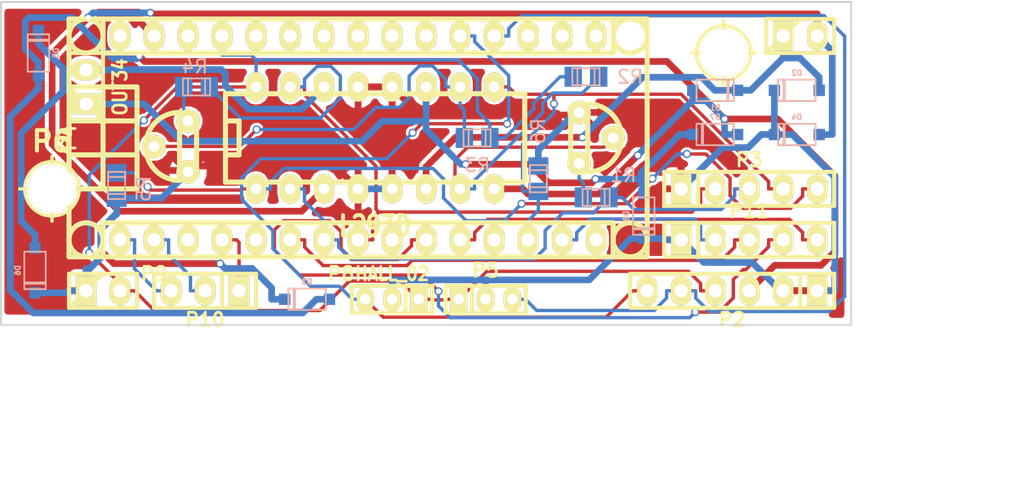
<source format=kicad_pcb>
(kicad_pcb (version 4) (host pcbnew 0.201509030901+6151~29~ubuntu14.04.1-product)

  (general
    (links 73)
    (no_connects 1)
    (area 87.554999 63.424999 151.205001 87.705001)
    (thickness 1.6)
    (drawings 8)
    (tracks 450)
    (zones 0)
    (modules 29)
    (nets 41)
  )

  (page A4)
  (layers
    (0 F.Cu signal)
    (31 B.Cu signal)
    (32 B.Adhes user)
    (33 F.Adhes user)
    (34 B.Paste user)
    (35 F.Paste user)
    (36 B.SilkS user)
    (37 F.SilkS user)
    (38 B.Mask user)
    (39 F.Mask user)
    (40 Dwgs.User user)
    (41 Cmts.User user)
    (42 Eco1.User user)
    (43 Eco2.User user)
    (44 Edge.Cuts user)
    (45 Margin user)
    (46 B.CrtYd user)
    (47 F.CrtYd user)
    (48 B.Fab user)
    (49 F.Fab user)
  )

  (setup
    (last_trace_width 0.25)
    (trace_clearance 0.2)
    (zone_clearance 0.127)
    (zone_45_only no)
    (trace_min 0.2)
    (segment_width 0.2)
    (edge_width 0.15)
    (via_size 0.6)
    (via_drill 0.4)
    (via_min_size 0.4)
    (via_min_drill 0.3)
    (uvia_size 0.3)
    (uvia_drill 0.1)
    (uvias_allowed no)
    (uvia_min_size 0.2)
    (uvia_min_drill 0.1)
    (pcb_text_width 0.3)
    (pcb_text_size 1.5 1.5)
    (mod_edge_width 0.15)
    (mod_text_size 1 1)
    (mod_text_width 0.15)
    (pad_size 1.524 1.524)
    (pad_drill 0.762)
    (pad_to_mask_clearance 0.2)
    (aux_axis_origin 0 0)
    (visible_elements 7FFFFF7F)
    (pcbplotparams
      (layerselection 0x010f0_80000001)
      (usegerberextensions false)
      (excludeedgelayer true)
      (linewidth 0.200000)
      (plotframeref false)
      (viasonmask false)
      (mode 1)
      (useauxorigin false)
      (hpglpennumber 1)
      (hpglpenspeed 20)
      (hpglpendiameter 15)
      (hpglpenoverlay 2)
      (psnegative false)
      (psa4output false)
      (plotreference true)
      (plotvalue true)
      (plotinvisibletext false)
      (padsonsilk false)
      (subtractmaskfromsilk false)
      (outputformat 1)
      (mirror false)
      (drillshape 0)
      (scaleselection 1)
      (outputdirectory ""))
  )

  (net 0 "")
  (net 1 "Net-(D1-Pad2)")
  (net 2 +5V)
  (net 3 GND)
  (net 4 "Net-(D3-Pad2)")
  (net 5 "Net-(D7-Pad2)")
  (net 6 VCC)
  (net 7 "Net-(D5-Pad2)")
  (net 8 1,2EN)
  (net 9 1,2DIR)
  (net 10 3,4EN)
  (net 11 3,4DIR)
  (net 12 "Net-(J1-Pad19)")
  (net 13 "Net-(J1-Pad6)")
  (net 14 "Net-(J1-Pad11)")
  (net 15 "Net-(J1-Pad14)")
  (net 16 "Net-(J1-Pad20)")
  (net 17 "Net-(J1-Pad10)")
  (net 18 /COLL-1)
  (net 19 /BASE-1)
  (net 20 /BASE-2)
  (net 21 /COLL)
  (net 22 "Net-(J1-Pad3)")
  (net 23 "Net-(J1-Pad5)")
  (net 24 "Net-(J1-Pad9)")
  (net 25 "Net-(J1-Pad15)")
  (net 26 "Net-(J1-Pad16)")
  (net 27 "Net-(J1-Pad17)")
  (net 28 "Net-(J1-Pad18)")
  (net 29 "Net-(J1-Pad21)")
  (net 30 "Net-(J1-Pad22)")
  (net 31 "Net-(J1-Pad23)")
  (net 32 "Net-(J1-Pad24)")
  (net 33 "Net-(J1-Pad25)")
  (net 34 "Net-(J1-Pad26)")
  (net 35 "Net-(J1-Pad28)")
  (net 36 "Net-(J1-Pad30)")
  (net 37 "Net-(P6-Pad1)")
  (net 38 "Net-(P7-Pad1)")
  (net 39 /TX)
  (net 40 /RX)

  (net_class Default "Questo è il gruppo di collegamenti predefinito"
    (clearance 0.2)
    (trace_width 0.25)
    (via_dia 0.6)
    (via_drill 0.4)
    (uvia_dia 0.3)
    (uvia_drill 0.1)
    (add_net +5V)
    (add_net /BASE-1)
    (add_net /BASE-2)
    (add_net /COLL)
    (add_net /COLL-1)
    (add_net /RX)
    (add_net /TX)
    (add_net 1,2DIR)
    (add_net 1,2EN)
    (add_net 3,4DIR)
    (add_net 3,4EN)
    (add_net "Net-(J1-Pad10)")
    (add_net "Net-(J1-Pad11)")
    (add_net "Net-(J1-Pad14)")
    (add_net "Net-(J1-Pad15)")
    (add_net "Net-(J1-Pad16)")
    (add_net "Net-(J1-Pad17)")
    (add_net "Net-(J1-Pad18)")
    (add_net "Net-(J1-Pad19)")
    (add_net "Net-(J1-Pad20)")
    (add_net "Net-(J1-Pad21)")
    (add_net "Net-(J1-Pad22)")
    (add_net "Net-(J1-Pad23)")
    (add_net "Net-(J1-Pad24)")
    (add_net "Net-(J1-Pad25)")
    (add_net "Net-(J1-Pad26)")
    (add_net "Net-(J1-Pad28)")
    (add_net "Net-(J1-Pad3)")
    (add_net "Net-(J1-Pad30)")
    (add_net "Net-(J1-Pad5)")
    (add_net "Net-(J1-Pad6)")
    (add_net "Net-(J1-Pad9)")
    (add_net "Net-(P6-Pad1)")
    (add_net "Net-(P7-Pad1)")
  )

  (net_class Motor ""
    (clearance 0.3)
    (trace_width 0.5)
    (via_dia 0.6)
    (via_drill 0.4)
    (uvia_dia 0.3)
    (uvia_drill 0.1)
    (add_net GND)
    (add_net "Net-(D1-Pad2)")
    (add_net "Net-(D3-Pad2)")
    (add_net "Net-(D5-Pad2)")
    (add_net "Net-(D7-Pad2)")
    (add_net VCC)
  )

  (module w_pth_circuits:dil_16-300 (layer F.Cu) (tedit 558994EF) (tstamp 55886FF6)
    (at 115.57 73.66)
    (descr "IC, DIL16 x 0,3\"")
    (tags DIL)
    (path /55302750)
    (fp_text reference IC1 (at -1.27 -1.27) (layer F.SilkS) hide
      (effects (font (size 1.524 1.143) (thickness 0.28575)))
    )
    (fp_text value L293D (at 0 6.604) (layer F.SilkS)
      (effects (font (size 1.524 1.143) (thickness 0.28702)))
    )
    (fp_line (start -10.16 -1.27) (end -10.16 1.27) (layer F.SilkS) (width 0.381))
    (fp_line (start 11.176 3.302) (end -11.176 3.302) (layer F.SilkS) (width 0.381))
    (fp_line (start -11.176 -3.302) (end 11.176 -3.302) (layer F.SilkS) (width 0.381))
    (fp_line (start -10.16 1.27) (end -11.176 1.27) (layer F.SilkS) (width 0.381))
    (fp_line (start -10.16 -1.27) (end -11.176 -1.27) (layer F.SilkS) (width 0.381))
    (fp_line (start 11.176 -3.302) (end 11.176 3.302) (layer F.SilkS) (width 0.381))
    (fp_line (start -11.176 3.302) (end -11.176 -3.302) (layer F.SilkS) (width 0.381))
    (pad 1 thru_hole oval (at -8.89 3.81) (size 1.50114 2.19964) (drill 0.8001) (layers *.Cu *.Mask F.SilkS)
      (net 8 1,2EN))
    (pad 2 thru_hole oval (at -6.35 3.81) (size 1.50114 2.19964) (drill 0.8001) (layers *.Cu *.Mask F.SilkS)
      (net 9 1,2DIR))
    (pad 3 thru_hole oval (at -3.81 3.81) (size 1.50114 2.19964) (drill 0.8001) (layers *.Cu *.Mask F.SilkS)
      (net 4 "Net-(D3-Pad2)"))
    (pad 4 thru_hole oval (at -1.27 3.81) (size 1.50114 2.19964) (drill 0.8001) (layers *.Cu *.Mask F.SilkS)
      (net 3 GND))
    (pad 5 thru_hole oval (at 1.27 3.81) (size 1.50114 2.19964) (drill 0.8001) (layers *.Cu *.Mask F.SilkS)
      (net 3 GND))
    (pad 6 thru_hole oval (at 3.81 3.81) (size 1.50114 2.19964) (drill 0.8001) (layers *.Cu *.Mask F.SilkS)
      (net 1 "Net-(D1-Pad2)"))
    (pad 7 thru_hole oval (at 6.35 3.81) (size 1.50114 2.19964) (drill 0.8001) (layers *.Cu *.Mask F.SilkS)
      (net 18 /COLL-1))
    (pad 8 thru_hole oval (at 8.89 3.81) (size 1.50114 2.19964) (drill 0.8001) (layers *.Cu *.Mask F.SilkS)
      (net 6 VCC))
    (pad 9 thru_hole oval (at 8.89 -3.81) (size 1.50114 2.19964) (drill 0.8001) (layers *.Cu *.Mask F.SilkS)
      (net 10 3,4EN))
    (pad 10 thru_hole oval (at 6.35 -3.81) (size 1.50114 2.19964) (drill 0.8001) (layers *.Cu *.Mask F.SilkS)
      (net 21 /COLL))
    (pad 11 thru_hole oval (at 3.81 -3.81) (size 1.50114 2.19964) (drill 0.8001) (layers *.Cu *.Mask F.SilkS)
      (net 5 "Net-(D7-Pad2)"))
    (pad 12 thru_hole oval (at 1.27 -3.81) (size 1.50114 2.19964) (drill 0.8001) (layers *.Cu *.Mask F.SilkS)
      (net 3 GND))
    (pad 13 thru_hole oval (at -1.27 -3.81) (size 1.50114 2.19964) (drill 0.8001) (layers *.Cu *.Mask F.SilkS)
      (net 3 GND))
    (pad 14 thru_hole oval (at -3.81 -3.81) (size 1.50114 2.19964) (drill 0.8001) (layers *.Cu *.Mask F.SilkS)
      (net 7 "Net-(D5-Pad2)"))
    (pad 15 thru_hole oval (at -6.35 -3.81) (size 1.50114 2.19964) (drill 0.8001) (layers *.Cu *.Mask F.SilkS)
      (net 11 3,4DIR))
    (pad 16 thru_hole oval (at -8.89 -3.81) (size 1.50114 2.19964) (drill 0.8001) (layers *.Cu *.Mask F.SilkS)
      (net 2 +5V))
    (model walter/pth_circuits/dil_16-300.wrl
      (at (xyz 0 0 0))
      (scale (xyz 1 1 1))
      (rotate (xyz 0 0 0))
    )
  )

  (module w_to:to92_3 (layer F.Cu) (tedit 558994CA) (tstamp 55887019)
    (at 131.445 73.66 270)
    (descr TO92)
    (path /55302C9A)
    (fp_text reference Q1 (at 0 3.175 270) (layer F.SilkS) hide
      (effects (font (thickness 0.3048)))
    )
    (fp_text value Q_NPN_BCE (at 0 -4.445 270) (layer F.SilkS) hide
      (effects (font (thickness 0.3048)))
    )
    (fp_line (start 2.54 0) (end -2.54 0) (layer F.SilkS) (width 0.381))
    (fp_line (start 2.54 0) (end 1.905 1.27) (layer F.SilkS) (width 0.381))
    (fp_line (start 1.905 1.27) (end -1.905 1.27) (layer F.SilkS) (width 0.381))
    (fp_line (start -1.905 1.27) (end -2.54 0) (layer F.SilkS) (width 0.381))
    (fp_arc (start 0 0) (end 0 -2.54) (angle 90) (layer F.SilkS) (width 0.381))
    (fp_arc (start 0 0) (end -2.54 0) (angle 90) (layer F.SilkS) (width 0.381))
    (pad 1 thru_hole circle (at 1.905 0.635 270) (size 1.75006 1.75006) (drill 0.8001) (layers *.Cu *.Mask F.SilkS)
      (net 19 /BASE-1))
    (pad 2 thru_hole circle (at 0 -1.905 270) (size 1.75006 1.75006) (drill 0.8001) (layers *.Cu *.Mask F.SilkS)
      (net 18 /COLL-1))
    (pad 3 thru_hole circle (at -1.905 0.635 270) (size 1.75006 1.75006) (drill 0.8001) (layers *.Cu *.Mask F.SilkS)
      (net 3 GND))
    (model walter/to/to92_3.wrl
      (at (xyz 0 0 0))
      (scale (xyz 1 1 1))
      (rotate (xyz 0 0 0))
    )
  )

  (module w_to:to92_3 (layer F.Cu) (tedit 558994D1) (tstamp 55887020)
    (at 100.965 74.295 90)
    (descr TO92)
    (path /553042DD)
    (fp_text reference Q2 (at 0 3.175 90) (layer F.SilkS) hide
      (effects (font (thickness 0.3048)))
    )
    (fp_text value Q_NPN_BCE (at 0 -4.445 90) (layer F.SilkS) hide
      (effects (font (thickness 0.3048)))
    )
    (fp_line (start 2.54 0) (end -2.54 0) (layer F.SilkS) (width 0.381))
    (fp_line (start 2.54 0) (end 1.905 1.27) (layer F.SilkS) (width 0.381))
    (fp_line (start 1.905 1.27) (end -1.905 1.27) (layer F.SilkS) (width 0.381))
    (fp_line (start -1.905 1.27) (end -2.54 0) (layer F.SilkS) (width 0.381))
    (fp_arc (start 0 0) (end 0 -2.54) (angle 90) (layer F.SilkS) (width 0.381))
    (fp_arc (start 0 0) (end -2.54 0) (angle 90) (layer F.SilkS) (width 0.381))
    (pad 1 thru_hole circle (at 1.905 0.635 90) (size 1.75006 1.75006) (drill 0.8001) (layers *.Cu *.Mask F.SilkS)
      (net 20 /BASE-2))
    (pad 2 thru_hole circle (at 0 -1.905 90) (size 1.75006 1.75006) (drill 0.8001) (layers *.Cu *.Mask F.SilkS)
      (net 21 /COLL))
    (pad 3 thru_hole circle (at -1.905 0.635 90) (size 1.75006 1.75006) (drill 0.8001) (layers *.Cu *.Mask F.SilkS)
      (net 3 GND))
    (model walter/to/to92_3.wrl
      (at (xyz 0 0 0))
      (scale (xyz 1 1 1))
      (rotate (xyz 0 0 0))
    )
  )

  (module w_smd_resistors:r_0805 (layer B.Cu) (tedit 55C8D692) (tstamp 55887026)
    (at 132.08 78.105)
    (descr "SMT resistor, 0805")
    (path /553036E0)
    (fp_text reference R1 (at 2.032 -1.651) (layer B.SilkS)
      (effects (font (size 1 1) (thickness 0.15)) (justify mirror))
    )
    (fp_text value R (at 0 -0.9906) (layer B.SilkS) hide
      (effects (font (size 0.29972 0.29972) (thickness 0.06096)) (justify mirror))
    )
    (fp_line (start 0.635 0.635) (end 0.635 -0.635) (layer B.SilkS) (width 0.127))
    (fp_line (start -0.635 0.635) (end -0.635 -0.6096) (layer B.SilkS) (width 0.127))
    (fp_line (start -1.016 0.635) (end 1.016 0.635) (layer B.SilkS) (width 0.127))
    (fp_line (start 1.016 0.635) (end 1.016 -0.635) (layer B.SilkS) (width 0.127))
    (fp_line (start 1.016 -0.635) (end -1.016 -0.635) (layer B.SilkS) (width 0.127))
    (fp_line (start -1.016 -0.635) (end -1.016 0.635) (layer B.SilkS) (width 0.127))
    (pad 1 smd rect (at 0.9525 0) (size 1.30048 1.4986) (layers B.Cu B.Paste B.Mask)
      (net 9 1,2DIR))
    (pad 2 smd rect (at -0.9525 0) (size 1.30048 1.4986) (layers B.Cu B.Paste B.Mask)
      (net 19 /BASE-1))
    (model walter/smd_resistors/r_0805.wrl
      (at (xyz 0 0 0))
      (scale (xyz 1 1 1))
      (rotate (xyz 0 0 0))
    )
  )

  (module w_smd_resistors:r_0805 (layer B.Cu) (tedit 55C8D67F) (tstamp 5588702C)
    (at 131.318 69.088 180)
    (descr "SMT resistor, 0805")
    (path /55302E30)
    (fp_text reference R2 (at -3.302 0 180) (layer B.SilkS)
      (effects (font (size 1 1) (thickness 0.15)) (justify mirror))
    )
    (fp_text value R (at 0 -0.9906 180) (layer B.SilkS) hide
      (effects (font (size 0.29972 0.29972) (thickness 0.06096)) (justify mirror))
    )
    (fp_line (start 0.635 0.635) (end 0.635 -0.635) (layer B.SilkS) (width 0.127))
    (fp_line (start -0.635 0.635) (end -0.635 -0.6096) (layer B.SilkS) (width 0.127))
    (fp_line (start -1.016 0.635) (end 1.016 0.635) (layer B.SilkS) (width 0.127))
    (fp_line (start 1.016 0.635) (end 1.016 -0.635) (layer B.SilkS) (width 0.127))
    (fp_line (start 1.016 -0.635) (end -1.016 -0.635) (layer B.SilkS) (width 0.127))
    (fp_line (start -1.016 -0.635) (end -1.016 0.635) (layer B.SilkS) (width 0.127))
    (pad 1 smd rect (at 0.9525 0 180) (size 1.30048 1.4986) (layers B.Cu B.Paste B.Mask)
      (net 2 +5V))
    (pad 2 smd rect (at -0.9525 0 180) (size 1.30048 1.4986) (layers B.Cu B.Paste B.Mask)
      (net 18 /COLL-1))
    (model walter/smd_resistors/r_0805.wrl
      (at (xyz 0 0 0))
      (scale (xyz 1 1 1))
      (rotate (xyz 0 0 0))
    )
  )

  (module w_smd_resistors:r_0805 (layer B.Cu) (tedit 55C8D634) (tstamp 55887032)
    (at 123.19 73.66)
    (descr "SMT resistor, 0805")
    (path /553042EB)
    (fp_text reference R3 (at 0 2.032) (layer B.SilkS)
      (effects (font (size 1 1) (thickness 0.15)) (justify mirror))
    )
    (fp_text value R (at 0 -0.9906) (layer B.SilkS) hide
      (effects (font (size 0.29972 0.29972) (thickness 0.06096)) (justify mirror))
    )
    (fp_line (start 0.635 0.635) (end 0.635 -0.635) (layer B.SilkS) (width 0.127))
    (fp_line (start -0.635 0.635) (end -0.635 -0.6096) (layer B.SilkS) (width 0.127))
    (fp_line (start -1.016 0.635) (end 1.016 0.635) (layer B.SilkS) (width 0.127))
    (fp_line (start 1.016 0.635) (end 1.016 -0.635) (layer B.SilkS) (width 0.127))
    (fp_line (start 1.016 -0.635) (end -1.016 -0.635) (layer B.SilkS) (width 0.127))
    (fp_line (start -1.016 -0.635) (end -1.016 0.635) (layer B.SilkS) (width 0.127))
    (pad 1 smd rect (at 0.9525 0) (size 1.30048 1.4986) (layers B.Cu B.Paste B.Mask)
      (net 2 +5V))
    (pad 2 smd rect (at -0.9525 0) (size 1.30048 1.4986) (layers B.Cu B.Paste B.Mask)
      (net 21 /COLL))
    (model walter/smd_resistors/r_0805.wrl
      (at (xyz 0 0 0))
      (scale (xyz 1 1 1))
      (rotate (xyz 0 0 0))
    )
  )

  (module w_smd_resistors:r_0805 (layer B.Cu) (tedit 55C8D655) (tstamp 55887038)
    (at 102.235 69.85)
    (descr "SMT resistor, 0805")
    (path /553042F5)
    (fp_text reference R4 (at -0.127 -1.524) (layer B.SilkS)
      (effects (font (size 1 1) (thickness 0.15)) (justify mirror))
    )
    (fp_text value R (at 0 -0.9906) (layer B.SilkS) hide
      (effects (font (size 0.29972 0.29972) (thickness 0.06096)) (justify mirror))
    )
    (fp_line (start 0.635 0.635) (end 0.635 -0.635) (layer B.SilkS) (width 0.127))
    (fp_line (start -0.635 0.635) (end -0.635 -0.6096) (layer B.SilkS) (width 0.127))
    (fp_line (start -1.016 0.635) (end 1.016 0.635) (layer B.SilkS) (width 0.127))
    (fp_line (start 1.016 0.635) (end 1.016 -0.635) (layer B.SilkS) (width 0.127))
    (fp_line (start 1.016 -0.635) (end -1.016 -0.635) (layer B.SilkS) (width 0.127))
    (fp_line (start -1.016 -0.635) (end -1.016 0.635) (layer B.SilkS) (width 0.127))
    (pad 1 smd rect (at 0.9525 0) (size 1.30048 1.4986) (layers B.Cu B.Paste B.Mask)
      (net 11 3,4DIR))
    (pad 2 smd rect (at -0.9525 0) (size 1.30048 1.4986) (layers B.Cu B.Paste B.Mask)
      (net 20 /BASE-2))
    (model walter/smd_resistors/r_0805.wrl
      (at (xyz 0 0 0))
      (scale (xyz 1 1 1))
      (rotate (xyz 0 0 0))
    )
  )

  (module w_pin_strip:pin_strip_2 (layer F.Cu) (tedit 55C8FE1E) (tstamp 5588771D)
    (at 147.32 66.04)
    (descr "Pin strip 2pin")
    (tags "CONN DEV")
    (path /55302837)
    (fp_text reference P1 (at 0 -2.159) (layer F.SilkS) hide
      (effects (font (size 1.016 1.016) (thickness 0.2032)))
    )
    (fp_text value OUT12 (at -4.445 0 90) (layer F.SilkS) hide
      (effects (font (size 1.016 0.889) (thickness 0.2032)))
    )
    (fp_line (start -2.54 1.27) (end 0 -1.27) (layer F.SilkS) (width 0.3048))
    (fp_line (start 2.54 1.27) (end -2.54 1.27) (layer F.SilkS) (width 0.3048))
    (fp_line (start -2.54 -1.27) (end 2.54 -1.27) (layer F.SilkS) (width 0.3048))
    (fp_line (start -2.54 1.27) (end -2.54 -1.27) (layer F.SilkS) (width 0.3048))
    (fp_line (start 2.54 -1.27) (end 2.54 1.27) (layer F.SilkS) (width 0.3048))
    (pad 1 thru_hole rect (at -1.27 0) (size 1.524 2.19964) (drill 1.00076) (layers *.Cu *.Mask F.SilkS)
      (net 1 "Net-(D1-Pad2)"))
    (pad 2 thru_hole oval (at 1.27 0) (size 1.524 2.19964) (drill 1.00076) (layers *.Cu *.Mask F.SilkS)
      (net 4 "Net-(D3-Pad2)"))
    (model walter/pin_strip/pin_strip_2.wrl
      (at (xyz 0 0 0))
      (scale (xyz 1 1 1))
      (rotate (xyz 0 0 0))
    )
  )

  (module w_pin_strip:pin_strip_2 (layer F.Cu) (tedit 558994DA) (tstamp 55887736)
    (at 93.98 69.85 90)
    (descr "Pin strip 2pin")
    (tags "CONN DEV")
    (path /553042CC)
    (fp_text reference P4 (at -3.81 -1.27 90) (layer F.SilkS)
      (effects (font (size 1.016 1.016) (thickness 0.2032)))
    )
    (fp_text value OUT34 (at 0 2.54 90) (layer F.SilkS)
      (effects (font (size 1.016 0.889) (thickness 0.2032)))
    )
    (fp_line (start -2.54 1.27) (end 0 -1.27) (layer F.SilkS) (width 0.3048))
    (fp_line (start 2.54 1.27) (end -2.54 1.27) (layer F.SilkS) (width 0.3048))
    (fp_line (start -2.54 -1.27) (end 2.54 -1.27) (layer F.SilkS) (width 0.3048))
    (fp_line (start -2.54 1.27) (end -2.54 -1.27) (layer F.SilkS) (width 0.3048))
    (fp_line (start 2.54 -1.27) (end 2.54 1.27) (layer F.SilkS) (width 0.3048))
    (pad 1 thru_hole rect (at -1.27 0 90) (size 1.524 2.19964) (drill 1.00076) (layers *.Cu *.Mask F.SilkS)
      (net 5 "Net-(D7-Pad2)"))
    (pad 2 thru_hole oval (at 1.27 0 90) (size 1.524 2.19964) (drill 1.00076) (layers *.Cu *.Mask F.SilkS)
      (net 7 "Net-(D5-Pad2)"))
    (model walter/pin_strip/pin_strip_2.wrl
      (at (xyz 0 0 0))
      (scale (xyz 1 1 1))
      (rotate (xyz 0 0 0))
    )
  )

  (module w_pin_strip:pin_strip_2mm_3 (layer F.Cu) (tedit 0) (tstamp 55887737)
    (at 123.825 85.725)
    (descr "Pin strip 2mm 3pin")
    (tags "CONN DEV")
    (path /5588782E)
    (fp_text reference P5 (at 0 -2.159) (layer F.SilkS)
      (effects (font (size 1.016 1.016) (thickness 0.2032)))
    )
    (fp_text value HALL_01 (at 0.254 -3.556) (layer F.SilkS) hide
      (effects (font (size 1.016 0.889) (thickness 0.2032)))
    )
    (fp_line (start 3 -1) (end 3 1) (layer F.SilkS) (width 0.3048))
    (fp_line (start 3 1) (end -3 1) (layer F.SilkS) (width 0.3048))
    (fp_line (start -3 -1) (end 3 -1) (layer F.SilkS) (width 0.3048))
    (fp_line (start -3 1) (end -3 -1) (layer F.SilkS) (width 0.3048))
    (fp_line (start -1 -1) (end -1 1) (layer F.SilkS) (width 0.3048))
    (pad 1 thru_hole rect (at -2 0) (size 1.3 1.8) (drill 0.8) (layers *.Cu *.Mask F.SilkS)
      (net 2 +5V))
    (pad 2 thru_hole oval (at 0 0) (size 1.3 1.8) (drill 0.8) (layers *.Cu *.Mask F.SilkS)
      (net 3 GND))
    (pad 3 thru_hole oval (at 2 0) (size 1.3 1.8) (drill 0.8) (layers *.Cu *.Mask F.SilkS)
      (net 12 "Net-(J1-Pad19)"))
    (model walter/pin_strip/pin_strip_2mm_3.wrl
      (at (xyz 0 0 0))
      (scale (xyz 1 1 1))
      (rotate (xyz 0 0 0))
    )
  )

  (module w_details:hole_3mm5 (layer F.Cu) (tedit 558994BD) (tstamp 55887997)
    (at 91.44 77.47)
    (descr "Hole 3.5mm")
    (path /558892C2)
    (fp_text reference P6 (at 0 -3.556) (layer F.SilkS)
      (effects (font (thickness 0.3048)))
    )
    (fp_text value HOLE1 (at 5.588 0) (layer F.SilkS) hide
      (effects (font (thickness 0.3048)))
    )
    (fp_line (start 0 -2.413) (end 0 2.413) (layer F.SilkS) (width 0.254))
    (fp_line (start -2.413 0) (end 2.413 0) (layer F.SilkS) (width 0.254))
    (fp_circle (center 0 0) (end 2.032 0) (layer F.SilkS) (width 0.254))
    (pad 1 thru_hole circle (at 0 0) (size 3.50012 3.50012) (drill 3.50012) (layers *.Cu F.SilkS)
      (net 37 "Net-(P6-Pad1)"))
    (model walter/details/hole.wrl
      (at (xyz 0 0 0))
      (scale (xyz 1 1 1))
      (rotate (xyz 0 0 0))
    )
  )

  (module w_details:hole_3mm5 (layer F.Cu) (tedit 55C8FE1A) (tstamp 5588799C)
    (at 141.605 67.31)
    (descr "Hole 3.5mm")
    (path /5588931D)
    (fp_text reference P7 (at 0 -3.556) (layer F.SilkS) hide
      (effects (font (thickness 0.3048)))
    )
    (fp_text value HOLE2 (at 0.635 -5.715) (layer F.SilkS) hide
      (effects (font (thickness 0.3048)))
    )
    (fp_line (start 0 -2.413) (end 0 2.413) (layer F.SilkS) (width 0.254))
    (fp_line (start -2.413 0) (end 2.413 0) (layer F.SilkS) (width 0.254))
    (fp_circle (center 0 0) (end 2.032 0) (layer F.SilkS) (width 0.254))
    (pad 1 thru_hole circle (at 0 0) (size 3.50012 3.50012) (drill 3.50012) (layers *.Cu F.SilkS)
      (net 38 "Net-(P7-Pad1)"))
    (model walter/details/hole.wrl
      (at (xyz 0 0 0))
      (scale (xyz 1 1 1))
      (rotate (xyz 0 0 0))
    )
  )

  (module w_pin_strip:pin_strip_2mm_3 (layer F.Cu) (tedit 558994E1) (tstamp 55898022)
    (at 116.84 85.725 180)
    (descr "Pin strip 2mm 3pin")
    (tags "CONN DEV")
    (path /55898A3A)
    (fp_text reference P8 (at 3.81 1.905 180) (layer F.SilkS)
      (effects (font (size 1.016 1.016) (thickness 0.2032)))
    )
    (fp_text value HALL_02 (at 0 1.905 180) (layer F.SilkS)
      (effects (font (size 1.016 0.889) (thickness 0.2032)))
    )
    (fp_line (start 3 -1) (end 3 1) (layer F.SilkS) (width 0.3048))
    (fp_line (start 3 1) (end -3 1) (layer F.SilkS) (width 0.3048))
    (fp_line (start -3 -1) (end 3 -1) (layer F.SilkS) (width 0.3048))
    (fp_line (start -3 1) (end -3 -1) (layer F.SilkS) (width 0.3048))
    (fp_line (start -1 -1) (end -1 1) (layer F.SilkS) (width 0.3048))
    (pad 1 thru_hole rect (at -2 0 180) (size 1.3 1.8) (drill 0.8) (layers *.Cu *.Mask F.SilkS)
      (net 2 +5V))
    (pad 2 thru_hole oval (at 0 0 180) (size 1.3 1.8) (drill 0.8) (layers *.Cu *.Mask F.SilkS)
      (net 3 GND))
    (pad 3 thru_hole oval (at 2 0 180) (size 1.3 1.8) (drill 0.8) (layers *.Cu *.Mask F.SilkS)
      (net 16 "Net-(J1-Pad20)"))
    (model walter/pin_strip/pin_strip_2mm_3.wrl
      (at (xyz 0 0 0))
      (scale (xyz 1 1 1))
      (rotate (xyz 0 0 0))
    )
  )

  (module w_conn_misc:arduino_nano_header locked (layer F.Cu) (tedit 558994F5) (tstamp 558981A4)
    (at 114.3 73.66)
    (descr "Arduino Nano Header")
    (tags Arduino)
    (path /55897EDC)
    (fp_text reference J1 (at 0 1.27) (layer F.SilkS) hide
      (effects (font (size 1.016 1.016) (thickness 0.2032)))
    )
    (fp_text value Arduino_Nano_Header (at 0 -1.27) (layer F.SilkS) hide
      (effects (font (size 1.016 0.889) (thickness 0.2032)))
    )
    (fp_line (start -16.51 -1.27) (end -21.59 -1.27) (layer F.SilkS) (width 0.381))
    (fp_line (start -16.51 1.27) (end -21.59 1.27) (layer F.SilkS) (width 0.381))
    (fp_line (start -19.05 -3.81) (end -19.05 3.81) (layer F.SilkS) (width 0.381))
    (fp_line (start -21.59 -3.81) (end -16.51 -3.81) (layer F.SilkS) (width 0.381))
    (fp_line (start -16.51 -3.81) (end -16.51 3.81) (layer F.SilkS) (width 0.381))
    (fp_line (start -16.51 3.81) (end -21.59 3.81) (layer F.SilkS) (width 0.381))
    (fp_line (start 21.59 -8.89) (end -21.59 -8.89) (layer F.SilkS) (width 0.381))
    (fp_line (start -21.59 8.89) (end 21.59 8.89) (layer F.SilkS) (width 0.381))
    (fp_line (start -21.59 8.89) (end -21.59 -8.89) (layer F.SilkS) (width 0.381))
    (fp_line (start 21.59 8.89) (end 21.59 -8.89) (layer F.SilkS) (width 0.381))
    (fp_circle (center -20.32 -7.62) (end -21.59 -7.62) (layer F.SilkS) (width 0.381))
    (fp_circle (center -20.32 7.62) (end -21.59 7.62) (layer F.SilkS) (width 0.381))
    (fp_circle (center 20.32 -7.62) (end 21.59 -7.62) (layer F.SilkS) (width 0.381))
    (fp_circle (center 20.32 7.62) (end 21.59 7.62) (layer F.SilkS) (width 0.381))
    (fp_line (start 19.05 -6.35) (end -19.05 -6.35) (layer F.SilkS) (width 0.381))
    (fp_line (start -19.05 6.35) (end 19.05 6.35) (layer F.SilkS) (width 0.381))
    (fp_line (start 19.05 8.89) (end 19.05 6.35) (layer F.SilkS) (width 0.381))
    (fp_line (start 19.05 -6.35) (end 19.05 -8.89) (layer F.SilkS) (width 0.381))
    (fp_line (start -19.05 -8.89) (end -19.05 -6.35) (layer F.SilkS) (width 0.381))
    (fp_line (start -19.05 8.89) (end -19.05 6.35) (layer F.SilkS) (width 0.381))
    (pad 1 thru_hole oval (at -17.78 7.62) (size 1.524 2.19964) (drill 1.00076) (layers *.Cu *.Mask F.SilkS)
      (net 39 /TX))
    (pad 2 thru_hole oval (at -15.24 7.62) (size 1.524 2.19964) (drill 1.00076) (layers *.Cu *.Mask F.SilkS)
      (net 40 /RX))
    (pad 3 thru_hole oval (at -12.7 7.62) (size 1.524 2.19964) (drill 1.00076) (layers *.Cu *.Mask F.SilkS)
      (net 22 "Net-(J1-Pad3)"))
    (pad 4 thru_hole oval (at -10.16 7.62) (size 1.524 2.19964) (drill 1.00076) (layers *.Cu *.Mask F.SilkS)
      (net 3 GND))
    (pad 5 thru_hole oval (at -7.62 7.62) (size 1.524 2.19964) (drill 1.00076) (layers *.Cu *.Mask F.SilkS)
      (net 23 "Net-(J1-Pad5)"))
    (pad 6 thru_hole oval (at -5.08 7.62) (size 1.524 2.19964) (drill 1.00076) (layers *.Cu *.Mask F.SilkS)
      (net 13 "Net-(J1-Pad6)"))
    (pad 7 thru_hole oval (at -2.54 7.62) (size 1.524 2.19964) (drill 1.00076) (layers *.Cu *.Mask F.SilkS)
      (net 9 1,2DIR))
    (pad 8 thru_hole oval (at 0 7.62) (size 1.524 2.19964) (drill 1.00076) (layers *.Cu *.Mask F.SilkS)
      (net 11 3,4DIR))
    (pad 9 thru_hole oval (at 2.54 7.62) (size 1.524 2.19964) (drill 1.00076) (layers *.Cu *.Mask F.SilkS)
      (net 24 "Net-(J1-Pad9)"))
    (pad 10 thru_hole oval (at 5.08 7.62) (size 1.524 2.19964) (drill 1.00076) (layers *.Cu *.Mask F.SilkS)
      (net 17 "Net-(J1-Pad10)"))
    (pad 11 thru_hole oval (at 7.62 7.62) (size 1.524 2.19964) (drill 1.00076) (layers *.Cu *.Mask F.SilkS)
      (net 14 "Net-(J1-Pad11)"))
    (pad 12 thru_hole oval (at 10.16 7.62) (size 1.524 2.19964) (drill 1.00076) (layers *.Cu *.Mask F.SilkS)
      (net 8 1,2EN))
    (pad 13 thru_hole oval (at 12.7 7.62) (size 1.524 2.19964) (drill 1.00076) (layers *.Cu *.Mask F.SilkS)
      (net 10 3,4EN))
    (pad 14 thru_hole oval (at 15.24 7.62) (size 1.524 2.19964) (drill 1.00076) (layers *.Cu *.Mask F.SilkS)
      (net 15 "Net-(J1-Pad14)"))
    (pad 15 thru_hole oval (at 17.78 7.62) (size 1.524 2.19964) (drill 1.00076) (layers *.Cu *.Mask F.SilkS)
      (net 25 "Net-(J1-Pad15)"))
    (pad 16 thru_hole oval (at 17.78 -7.62) (size 1.524 2.19964) (drill 1.00076) (layers *.Cu *.Mask F.SilkS)
      (net 26 "Net-(J1-Pad16)"))
    (pad 17 thru_hole oval (at 15.24 -7.62) (size 1.524 2.19964) (drill 1.00076) (layers *.Cu *.Mask F.SilkS)
      (net 27 "Net-(J1-Pad17)"))
    (pad 18 thru_hole oval (at 12.7 -7.62) (size 1.524 2.19964) (drill 1.00076) (layers *.Cu *.Mask F.SilkS)
      (net 28 "Net-(J1-Pad18)"))
    (pad 19 thru_hole oval (at 10.16 -7.62) (size 1.524 2.19964) (drill 1.00076) (layers *.Cu *.Mask F.SilkS)
      (net 12 "Net-(J1-Pad19)"))
    (pad 20 thru_hole oval (at 7.62 -7.62) (size 1.524 2.1971) (drill 1.00076) (layers *.Cu *.Mask F.SilkS)
      (net 16 "Net-(J1-Pad20)"))
    (pad 21 thru_hole oval (at 5.08 -7.62) (size 1.524 2.1971) (drill 1.00076) (layers *.Cu *.Mask F.SilkS)
      (net 29 "Net-(J1-Pad21)"))
    (pad 22 thru_hole oval (at 2.54 -7.62) (size 1.524 2.1971) (drill 1.00076) (layers *.Cu *.Mask F.SilkS)
      (net 30 "Net-(J1-Pad22)"))
    (pad 23 thru_hole oval (at 0 -7.62) (size 1.524 2.1971) (drill 1.00076) (layers *.Cu *.Mask F.SilkS)
      (net 31 "Net-(J1-Pad23)"))
    (pad 24 thru_hole oval (at -2.54 -7.62) (size 1.524 2.1971) (drill 0.99822) (layers *.Cu *.Mask F.SilkS)
      (net 32 "Net-(J1-Pad24)"))
    (pad 25 thru_hole oval (at -5.08 -7.62) (size 1.524 2.1971) (drill 0.99822) (layers *.Cu *.Mask F.SilkS)
      (net 33 "Net-(J1-Pad25)"))
    (pad 26 thru_hole oval (at -7.62 -7.62) (size 1.524 2.1971) (drill 0.99822) (layers *.Cu *.Mask F.SilkS)
      (net 34 "Net-(J1-Pad26)"))
    (pad 27 thru_hole oval (at -10.16 -7.62) (size 1.524 2.1971) (drill 0.99822) (layers *.Cu *.Mask F.SilkS)
      (net 2 +5V))
    (pad 28 thru_hole oval (at -12.7 -7.62) (size 1.524 2.1971) (drill 0.99822) (layers *.Cu *.Mask F.SilkS)
      (net 35 "Net-(J1-Pad28)"))
    (pad 29 thru_hole oval (at -15.24 -7.62) (size 1.524 2.1971) (drill 0.99822) (layers *.Cu *.Mask F.SilkS)
      (net 3 GND))
    (pad 30 thru_hole oval (at -17.78 -7.62) (size 1.524 2.1971) (drill 0.99822) (layers *.Cu *.Mask F.SilkS)
      (net 36 "Net-(J1-Pad30)"))
    (model walter/conn_misc/arduino_nano_header.wrl
      (at (xyz 0 0 0))
      (scale (xyz 1 1 1))
      (rotate (xyz 0 0 0))
    )
  )

  (module w_pin_strip:pin_strip_6 (layer F.Cu) (tedit 0) (tstamp 558981A5)
    (at 142.24 85.09 180)
    (descr "Pin strip 6pin")
    (tags "CONN DEV")
    (path /558982FF)
    (fp_text reference P2 (at 0 -2.159 180) (layer F.SilkS)
      (effects (font (size 1.016 1.016) (thickness 0.2032)))
    )
    (fp_text value ALIM_HALL (at 0.254 -3.556 180) (layer F.SilkS) hide
      (effects (font (size 1.016 0.889) (thickness 0.2032)))
    )
    (fp_line (start -5.08 -1.27) (end -5.08 1.27) (layer F.SilkS) (width 0.3048))
    (fp_line (start -7.62 1.27) (end -7.62 -1.27) (layer F.SilkS) (width 0.3048))
    (fp_line (start -7.62 -1.27) (end 7.62 -1.27) (layer F.SilkS) (width 0.3048))
    (fp_line (start 7.62 -1.27) (end 7.62 1.27) (layer F.SilkS) (width 0.3048))
    (fp_line (start 7.62 1.27) (end -7.62 1.27) (layer F.SilkS) (width 0.3048))
    (pad 1 thru_hole rect (at -6.35 0 180) (size 1.524 2.19964) (drill 1.00076) (layers *.Cu *.Mask F.SilkS)
      (net 3 GND))
    (pad 2 thru_hole oval (at -3.81 0 180) (size 1.524 2.19964) (drill 1.00076) (layers *.Cu *.Mask F.SilkS)
      (net 3 GND))
    (pad 3 thru_hole oval (at -1.27 0 180) (size 1.524 2.19964) (drill 1.00076) (layers *.Cu *.Mask F.SilkS)
      (net 6 VCC))
    (pad 4 thru_hole oval (at 1.27 0 180) (size 1.524 2.19964) (drill 1.00076) (layers *.Cu *.Mask F.SilkS)
      (net 2 +5V))
    (pad 5 thru_hole oval (at 3.81 0 180) (size 1.524 2.19964) (drill 1.00076) (layers *.Cu *.Mask F.SilkS)
      (net 12 "Net-(J1-Pad19)"))
    (pad 6 thru_hole oval (at 6.35 0 180) (size 1.524 2.19964) (drill 1.00076) (layers *.Cu *.Mask F.SilkS)
      (net 16 "Net-(J1-Pad20)"))
    (model walter/pin_strip/pin_strip_6.wrl
      (at (xyz 0 0 0))
      (scale (xyz 1 1 1))
      (rotate (xyz 0 0 0))
    )
  )

  (module w_pin_strip:pin_strip_2 (layer F.Cu) (tedit 558994DF) (tstamp 558981BD)
    (at 95.25 85.09)
    (descr "Pin strip 2pin")
    (tags "CONN DEV")
    (path /5589A9C2)
    (fp_text reference P9 (at 3.81 -1.27) (layer F.SilkS)
      (effects (font (size 1.016 1.016) (thickness 0.2032)))
    )
    (fp_text value ING5V (at 0.254 -3.556) (layer F.SilkS) hide
      (effects (font (size 1.016 0.889) (thickness 0.2032)))
    )
    (fp_line (start -2.54 1.27) (end 0 -1.27) (layer F.SilkS) (width 0.3048))
    (fp_line (start 2.54 1.27) (end -2.54 1.27) (layer F.SilkS) (width 0.3048))
    (fp_line (start -2.54 -1.27) (end 2.54 -1.27) (layer F.SilkS) (width 0.3048))
    (fp_line (start -2.54 1.27) (end -2.54 -1.27) (layer F.SilkS) (width 0.3048))
    (fp_line (start 2.54 -1.27) (end 2.54 1.27) (layer F.SilkS) (width 0.3048))
    (pad 1 thru_hole rect (at -1.27 0) (size 1.524 2.19964) (drill 1.00076) (layers *.Cu *.Mask F.SilkS)
      (net 3 GND))
    (pad 2 thru_hole oval (at 1.27 0) (size 1.524 2.19964) (drill 1.00076) (layers *.Cu *.Mask F.SilkS)
      (net 2 +5V))
    (model walter/pin_strip/pin_strip_2.wrl
      (at (xyz 0 0 0))
      (scale (xyz 1 1 1))
      (rotate (xyz 0 0 0))
    )
  )

  (module w_smd_diode:sod123 (layer B.Cu) (tedit 0) (tstamp 558A6566)
    (at 140.97 70.104)
    (descr SOD123)
    (path /554A841B)
    (fp_text reference D1 (at 0 1.30048) (layer B.SilkS)
      (effects (font (size 0.4 0.4) (thickness 0.1)) (justify mirror))
    )
    (fp_text value D (at 0 -1.19888) (layer B.SilkS) hide
      (effects (font (size 0.4 0.4) (thickness 0.1)) (justify mirror))
    )
    (fp_line (start 0.89916 -0.8001) (end 0.89916 0.8001) (layer B.SilkS) (width 0.127))
    (fp_line (start 1.00076 0.8001) (end 1.00076 -0.8001) (layer B.SilkS) (width 0.127))
    (fp_line (start -1.39954 0.8001) (end 1.39954 0.8001) (layer B.SilkS) (width 0.127))
    (fp_line (start 1.39954 0.8001) (end 1.39954 -0.8001) (layer B.SilkS) (width 0.127))
    (fp_line (start 1.39954 -0.8001) (end -1.39954 -0.8001) (layer B.SilkS) (width 0.127))
    (fp_line (start -1.39954 -0.8001) (end -1.39954 0.8001) (layer B.SilkS) (width 0.127))
    (pad 2 smd rect (at 1.67386 0) (size 0.8509 0.8509) (layers B.Cu B.Paste B.Mask)
      (net 1 "Net-(D1-Pad2)"))
    (pad 1 smd rect (at -1.67386 0) (size 0.8509 0.8509) (layers B.Cu B.Paste B.Mask)
      (net 6 VCC))
    (model walter/smd_diode/sod123.wrl
      (at (xyz 0 0 0))
      (scale (xyz 1 1 1))
      (rotate (xyz 0 0 0))
    )
  )

  (module w_smd_diode:sod123 (layer B.Cu) (tedit 0) (tstamp 558A656B)
    (at 147.066 70.104 180)
    (descr SOD123)
    (path /554A40A1)
    (fp_text reference D2 (at 0 1.30048 180) (layer B.SilkS)
      (effects (font (size 0.4 0.4) (thickness 0.1)) (justify mirror))
    )
    (fp_text value D (at 0 -1.19888 180) (layer B.SilkS) hide
      (effects (font (size 0.4 0.4) (thickness 0.1)) (justify mirror))
    )
    (fp_line (start 0.89916 -0.8001) (end 0.89916 0.8001) (layer B.SilkS) (width 0.127))
    (fp_line (start 1.00076 0.8001) (end 1.00076 -0.8001) (layer B.SilkS) (width 0.127))
    (fp_line (start -1.39954 0.8001) (end 1.39954 0.8001) (layer B.SilkS) (width 0.127))
    (fp_line (start 1.39954 0.8001) (end 1.39954 -0.8001) (layer B.SilkS) (width 0.127))
    (fp_line (start 1.39954 -0.8001) (end -1.39954 -0.8001) (layer B.SilkS) (width 0.127))
    (fp_line (start -1.39954 -0.8001) (end -1.39954 0.8001) (layer B.SilkS) (width 0.127))
    (pad 2 smd rect (at 1.67386 0 180) (size 0.8509 0.8509) (layers B.Cu B.Paste B.Mask)
      (net 3 GND))
    (pad 1 smd rect (at -1.67386 0 180) (size 0.8509 0.8509) (layers B.Cu B.Paste B.Mask)
      (net 1 "Net-(D1-Pad2)"))
    (model walter/smd_diode/sod123.wrl
      (at (xyz 0 0 0))
      (scale (xyz 1 1 1))
      (rotate (xyz 0 0 0))
    )
  )

  (module w_smd_diode:sod123 (layer B.Cu) (tedit 0) (tstamp 558A6570)
    (at 110.49 85.725 180)
    (descr SOD123)
    (path /554A3CC7)
    (fp_text reference D3 (at 0 1.30048 180) (layer B.SilkS)
      (effects (font (size 0.4 0.4) (thickness 0.1)) (justify mirror))
    )
    (fp_text value D (at 0 -1.19888 180) (layer B.SilkS) hide
      (effects (font (size 0.4 0.4) (thickness 0.1)) (justify mirror))
    )
    (fp_line (start 0.89916 -0.8001) (end 0.89916 0.8001) (layer B.SilkS) (width 0.127))
    (fp_line (start 1.00076 0.8001) (end 1.00076 -0.8001) (layer B.SilkS) (width 0.127))
    (fp_line (start -1.39954 0.8001) (end 1.39954 0.8001) (layer B.SilkS) (width 0.127))
    (fp_line (start 1.39954 0.8001) (end 1.39954 -0.8001) (layer B.SilkS) (width 0.127))
    (fp_line (start 1.39954 -0.8001) (end -1.39954 -0.8001) (layer B.SilkS) (width 0.127))
    (fp_line (start -1.39954 -0.8001) (end -1.39954 0.8001) (layer B.SilkS) (width 0.127))
    (pad 2 smd rect (at 1.67386 0 180) (size 0.8509 0.8509) (layers B.Cu B.Paste B.Mask)
      (net 4 "Net-(D3-Pad2)"))
    (pad 1 smd rect (at -1.67386 0 180) (size 0.8509 0.8509) (layers B.Cu B.Paste B.Mask)
      (net 6 VCC))
    (model walter/smd_diode/sod123.wrl
      (at (xyz 0 0 0))
      (scale (xyz 1 1 1))
      (rotate (xyz 0 0 0))
    )
  )

  (module w_smd_diode:sod123 (layer B.Cu) (tedit 0) (tstamp 558A6575)
    (at 147.066 73.406 180)
    (descr SOD123)
    (path /554A82A2)
    (fp_text reference D4 (at 0 1.30048 180) (layer B.SilkS)
      (effects (font (size 0.4 0.4) (thickness 0.1)) (justify mirror))
    )
    (fp_text value D (at 0 -1.19888 180) (layer B.SilkS) hide
      (effects (font (size 0.4 0.4) (thickness 0.1)) (justify mirror))
    )
    (fp_line (start 0.89916 -0.8001) (end 0.89916 0.8001) (layer B.SilkS) (width 0.127))
    (fp_line (start 1.00076 0.8001) (end 1.00076 -0.8001) (layer B.SilkS) (width 0.127))
    (fp_line (start -1.39954 0.8001) (end 1.39954 0.8001) (layer B.SilkS) (width 0.127))
    (fp_line (start 1.39954 0.8001) (end 1.39954 -0.8001) (layer B.SilkS) (width 0.127))
    (fp_line (start 1.39954 -0.8001) (end -1.39954 -0.8001) (layer B.SilkS) (width 0.127))
    (fp_line (start -1.39954 -0.8001) (end -1.39954 0.8001) (layer B.SilkS) (width 0.127))
    (pad 2 smd rect (at 1.67386 0 180) (size 0.8509 0.8509) (layers B.Cu B.Paste B.Mask)
      (net 3 GND))
    (pad 1 smd rect (at -1.67386 0 180) (size 0.8509 0.8509) (layers B.Cu B.Paste B.Mask)
      (net 4 "Net-(D3-Pad2)"))
    (model walter/smd_diode/sod123.wrl
      (at (xyz 0 0 0))
      (scale (xyz 1 1 1))
      (rotate (xyz 0 0 0))
    )
  )

  (module w_smd_diode:sod123 (layer B.Cu) (tedit 0) (tstamp 558A657A)
    (at 90.424 67.31 90)
    (descr SOD123)
    (path /554A85BD)
    (fp_text reference D5 (at 0 1.30048 90) (layer B.SilkS)
      (effects (font (size 0.4 0.4) (thickness 0.1)) (justify mirror))
    )
    (fp_text value D (at 0 -1.19888 90) (layer B.SilkS) hide
      (effects (font (size 0.4 0.4) (thickness 0.1)) (justify mirror))
    )
    (fp_line (start 0.89916 -0.8001) (end 0.89916 0.8001) (layer B.SilkS) (width 0.127))
    (fp_line (start 1.00076 0.8001) (end 1.00076 -0.8001) (layer B.SilkS) (width 0.127))
    (fp_line (start -1.39954 0.8001) (end 1.39954 0.8001) (layer B.SilkS) (width 0.127))
    (fp_line (start 1.39954 0.8001) (end 1.39954 -0.8001) (layer B.SilkS) (width 0.127))
    (fp_line (start 1.39954 -0.8001) (end -1.39954 -0.8001) (layer B.SilkS) (width 0.127))
    (fp_line (start -1.39954 -0.8001) (end -1.39954 0.8001) (layer B.SilkS) (width 0.127))
    (pad 2 smd rect (at 1.67386 0 90) (size 0.8509 0.8509) (layers B.Cu B.Paste B.Mask)
      (net 7 "Net-(D5-Pad2)"))
    (pad 1 smd rect (at -1.67386 0 90) (size 0.8509 0.8509) (layers B.Cu B.Paste B.Mask)
      (net 6 VCC))
    (model walter/smd_diode/sod123.wrl
      (at (xyz 0 0 0))
      (scale (xyz 1 1 1))
      (rotate (xyz 0 0 0))
    )
  )

  (module w_smd_diode:sod123 (layer B.Cu) (tedit 0) (tstamp 558A657F)
    (at 90.17 83.566 270)
    (descr SOD123)
    (path /554A863B)
    (fp_text reference D6 (at 0 1.30048 270) (layer B.SilkS)
      (effects (font (size 0.4 0.4) (thickness 0.1)) (justify mirror))
    )
    (fp_text value D (at 0 -1.19888 270) (layer B.SilkS) hide
      (effects (font (size 0.4 0.4) (thickness 0.1)) (justify mirror))
    )
    (fp_line (start 0.89916 -0.8001) (end 0.89916 0.8001) (layer B.SilkS) (width 0.127))
    (fp_line (start 1.00076 0.8001) (end 1.00076 -0.8001) (layer B.SilkS) (width 0.127))
    (fp_line (start -1.39954 0.8001) (end 1.39954 0.8001) (layer B.SilkS) (width 0.127))
    (fp_line (start 1.39954 0.8001) (end 1.39954 -0.8001) (layer B.SilkS) (width 0.127))
    (fp_line (start 1.39954 -0.8001) (end -1.39954 -0.8001) (layer B.SilkS) (width 0.127))
    (fp_line (start -1.39954 -0.8001) (end -1.39954 0.8001) (layer B.SilkS) (width 0.127))
    (pad 2 smd rect (at 1.67386 0 270) (size 0.8509 0.8509) (layers B.Cu B.Paste B.Mask)
      (net 3 GND))
    (pad 1 smd rect (at -1.67386 0 270) (size 0.8509 0.8509) (layers B.Cu B.Paste B.Mask)
      (net 7 "Net-(D5-Pad2)"))
    (model walter/smd_diode/sod123.wrl
      (at (xyz 0 0 0))
      (scale (xyz 1 1 1))
      (rotate (xyz 0 0 0))
    )
  )

  (module w_smd_diode:sod123 (layer B.Cu) (tedit 0) (tstamp 558A6584)
    (at 140.97 73.406 180)
    (descr SOD123)
    (path /554A38CE)
    (fp_text reference D7 (at 0 1.30048 180) (layer B.SilkS)
      (effects (font (size 0.4 0.4) (thickness 0.1)) (justify mirror))
    )
    (fp_text value D (at 0 -1.19888 180) (layer B.SilkS) hide
      (effects (font (size 0.4 0.4) (thickness 0.1)) (justify mirror))
    )
    (fp_line (start 0.89916 -0.8001) (end 0.89916 0.8001) (layer B.SilkS) (width 0.127))
    (fp_line (start 1.00076 0.8001) (end 1.00076 -0.8001) (layer B.SilkS) (width 0.127))
    (fp_line (start -1.39954 0.8001) (end 1.39954 0.8001) (layer B.SilkS) (width 0.127))
    (fp_line (start 1.39954 0.8001) (end 1.39954 -0.8001) (layer B.SilkS) (width 0.127))
    (fp_line (start 1.39954 -0.8001) (end -1.39954 -0.8001) (layer B.SilkS) (width 0.127))
    (fp_line (start -1.39954 -0.8001) (end -1.39954 0.8001) (layer B.SilkS) (width 0.127))
    (pad 2 smd rect (at 1.67386 0 180) (size 0.8509 0.8509) (layers B.Cu B.Paste B.Mask)
      (net 5 "Net-(D7-Pad2)"))
    (pad 1 smd rect (at -1.67386 0 180) (size 0.8509 0.8509) (layers B.Cu B.Paste B.Mask)
      (net 6 VCC))
    (model walter/smd_diode/sod123.wrl
      (at (xyz 0 0 0))
      (scale (xyz 1 1 1))
      (rotate (xyz 0 0 0))
    )
  )

  (module w_smd_diode:sod123 (layer B.Cu) (tedit 0) (tstamp 558A6589)
    (at 135.636 79.502 270)
    (descr SOD123)
    (path /554A3B55)
    (fp_text reference D8 (at 0 1.30048 270) (layer B.SilkS)
      (effects (font (size 0.4 0.4) (thickness 0.1)) (justify mirror))
    )
    (fp_text value D (at 0 -1.19888 270) (layer B.SilkS) hide
      (effects (font (size 0.4 0.4) (thickness 0.1)) (justify mirror))
    )
    (fp_line (start 0.89916 -0.8001) (end 0.89916 0.8001) (layer B.SilkS) (width 0.127))
    (fp_line (start 1.00076 0.8001) (end 1.00076 -0.8001) (layer B.SilkS) (width 0.127))
    (fp_line (start -1.39954 0.8001) (end 1.39954 0.8001) (layer B.SilkS) (width 0.127))
    (fp_line (start 1.39954 0.8001) (end 1.39954 -0.8001) (layer B.SilkS) (width 0.127))
    (fp_line (start 1.39954 -0.8001) (end -1.39954 -0.8001) (layer B.SilkS) (width 0.127))
    (fp_line (start -1.39954 -0.8001) (end -1.39954 0.8001) (layer B.SilkS) (width 0.127))
    (pad 2 smd rect (at 1.67386 0 270) (size 0.8509 0.8509) (layers B.Cu B.Paste B.Mask)
      (net 3 GND))
    (pad 1 smd rect (at -1.67386 0 270) (size 0.8509 0.8509) (layers B.Cu B.Paste B.Mask)
      (net 5 "Net-(D7-Pad2)"))
    (model walter/smd_diode/sod123.wrl
      (at (xyz 0 0 0))
      (scale (xyz 1 1 1))
      (rotate (xyz 0 0 0))
    )
  )

  (module w_pin_strip:pin_strip_3 (layer F.Cu) (tedit 0) (tstamp 558A9F8B)
    (at 102.87 85.09 180)
    (descr "Pin strip 3pin")
    (tags "CONN DEV")
    (path /558A384F)
    (fp_text reference P10 (at 0 -2.159 180) (layer F.SilkS)
      (effects (font (size 1.016 1.016) (thickness 0.2032)))
    )
    (fp_text value SER (at 0.254 -3.556 180) (layer F.SilkS) hide
      (effects (font (size 1.016 0.889) (thickness 0.2032)))
    )
    (fp_line (start -1.27 1.27) (end -1.27 -1.27) (layer F.SilkS) (width 0.3048))
    (fp_line (start -3.81 -1.27) (end 3.81 -1.27) (layer F.SilkS) (width 0.3048))
    (fp_line (start 3.81 -1.27) (end 3.81 1.27) (layer F.SilkS) (width 0.3048))
    (fp_line (start 3.81 1.27) (end -3.81 1.27) (layer F.SilkS) (width 0.3048))
    (fp_line (start -3.81 1.27) (end -3.81 -1.27) (layer F.SilkS) (width 0.3048))
    (pad 1 thru_hole rect (at -2.54 0 180) (size 1.524 2.19964) (drill 1.00076) (layers *.Cu *.Mask F.SilkS)
      (net 3 GND))
    (pad 2 thru_hole oval (at 0 0 180) (size 1.524 2.19964) (drill 1.00076) (layers *.Cu *.Mask F.SilkS)
      (net 40 /RX))
    (pad 3 thru_hole oval (at 2.54 0 180) (size 1.524 2.19964) (drill 1.00076) (layers *.Cu *.Mask F.SilkS)
      (net 39 /TX))
    (model walter/pin_strip/pin_strip_3.wrl
      (at (xyz 0 0 0))
      (scale (xyz 1 1 1))
      (rotate (xyz 0 0 0))
    )
  )

  (module w_pin_strip:pin_strip_5 (layer F.Cu) (tedit 0) (tstamp 558BF7FE)
    (at 143.51 77.47)
    (descr "Pin strip 5pin")
    (tags "CONN DEV")
    (path /558B3893)
    (fp_text reference P3 (at 0 -2.159) (layer F.SilkS)
      (effects (font (size 1.016 1.016) (thickness 0.2032)))
    )
    (fp_text value CONN_MOT1 (at 0.254 -3.556) (layer F.SilkS) hide
      (effects (font (size 1.016 0.889) (thickness 0.2032)))
    )
    (fp_line (start -3.81 -1.27) (end -3.81 1.27) (layer F.SilkS) (width 0.3048))
    (fp_line (start 6.35 1.27) (end -6.35 1.27) (layer F.SilkS) (width 0.3048))
    (fp_line (start -6.35 -1.27) (end 6.35 -1.27) (layer F.SilkS) (width 0.3048))
    (fp_line (start -6.35 1.27) (end -6.35 -1.27) (layer F.SilkS) (width 0.3048))
    (fp_line (start 6.35 -1.27) (end 6.35 1.27) (layer F.SilkS) (width 0.3048))
    (pad 1 thru_hole rect (at -5.08 0) (size 1.524 2.19964) (drill 1.00076) (layers *.Cu *.Mask F.SilkS)
      (net 3 GND))
    (pad 2 thru_hole oval (at -2.54 0) (size 1.524 2.19964) (drill 1.00076) (layers *.Cu *.Mask F.SilkS)
      (net 11 3,4DIR))
    (pad 3 thru_hole oval (at 0 0) (size 1.524 2.19964) (drill 1.00076) (layers *.Cu *.Mask F.SilkS)
      (net 9 1,2DIR))
    (pad 4 thru_hole oval (at 2.54 0) (size 1.524 2.19964) (drill 1.00076) (layers *.Cu *.Mask F.SilkS)
      (net 10 3,4EN))
    (pad 5 thru_hole oval (at 5.08 0) (size 1.524 2.19964) (drill 1.00076) (layers *.Cu *.Mask F.SilkS)
      (net 8 1,2EN))
    (model walter/pin_strip/pin_strip_5.wrl
      (at (xyz 0 0 0))
      (scale (xyz 1 1 1))
      (rotate (xyz 0 0 0))
    )
  )

  (module w_pin_strip:pin_strip_5 (layer F.Cu) (tedit 0) (tstamp 558BF80C)
    (at 143.51 81.28)
    (descr "Pin strip 5pin")
    (tags "CONN DEV")
    (path /558AC953)
    (fp_text reference P11 (at 0 -2.159) (layer F.SilkS)
      (effects (font (size 1.016 1.016) (thickness 0.2032)))
    )
    (fp_text value EXT_MOT (at 0.254 -3.556) (layer F.SilkS) hide
      (effects (font (size 1.016 0.889) (thickness 0.2032)))
    )
    (fp_line (start -3.81 -1.27) (end -3.81 1.27) (layer F.SilkS) (width 0.3048))
    (fp_line (start 6.35 1.27) (end -6.35 1.27) (layer F.SilkS) (width 0.3048))
    (fp_line (start -6.35 -1.27) (end 6.35 -1.27) (layer F.SilkS) (width 0.3048))
    (fp_line (start -6.35 1.27) (end -6.35 -1.27) (layer F.SilkS) (width 0.3048))
    (fp_line (start 6.35 -1.27) (end 6.35 1.27) (layer F.SilkS) (width 0.3048))
    (pad 1 thru_hole rect (at -5.08 0) (size 1.524 2.19964) (drill 1.00076) (layers *.Cu *.Mask F.SilkS)
      (net 3 GND))
    (pad 2 thru_hole oval (at -2.54 0) (size 1.524 2.19964) (drill 1.00076) (layers *.Cu *.Mask F.SilkS)
      (net 15 "Net-(J1-Pad14)"))
    (pad 3 thru_hole oval (at 0 0) (size 1.524 2.19964) (drill 1.00076) (layers *.Cu *.Mask F.SilkS)
      (net 13 "Net-(J1-Pad6)"))
    (pad 4 thru_hole oval (at 2.54 0) (size 1.524 2.19964) (drill 1.00076) (layers *.Cu *.Mask F.SilkS)
      (net 17 "Net-(J1-Pad10)"))
    (pad 5 thru_hole oval (at 5.08 0) (size 1.524 2.19964) (drill 1.00076) (layers *.Cu *.Mask F.SilkS)
      (net 14 "Net-(J1-Pad11)"))
    (model walter/pin_strip/pin_strip_5.wrl
      (at (xyz 0 0 0))
      (scale (xyz 1 1 1))
      (rotate (xyz 0 0 0))
    )
  )

  (module w_smd_resistors:r_0805 (layer B.Cu) (tedit 55C8D66C) (tstamp 55C8D17A)
    (at 96.266 77.216 90)
    (descr "SMT resistor, 0805")
    (path /55C8D122)
    (fp_text reference R5 (at -0.254 2.032 90) (layer B.SilkS)
      (effects (font (size 1 1) (thickness 0.15)) (justify mirror))
    )
    (fp_text value R (at 0 -0.9906 90) (layer B.SilkS) hide
      (effects (font (size 0.29972 0.29972) (thickness 0.06096)) (justify mirror))
    )
    (fp_line (start 0.635 0.635) (end 0.635 -0.635) (layer B.SilkS) (width 0.127))
    (fp_line (start -0.635 0.635) (end -0.635 -0.6096) (layer B.SilkS) (width 0.127))
    (fp_line (start -1.016 0.635) (end 1.016 0.635) (layer B.SilkS) (width 0.127))
    (fp_line (start 1.016 0.635) (end 1.016 -0.635) (layer B.SilkS) (width 0.127))
    (fp_line (start 1.016 -0.635) (end -1.016 -0.635) (layer B.SilkS) (width 0.127))
    (fp_line (start -1.016 -0.635) (end -1.016 0.635) (layer B.SilkS) (width 0.127))
    (pad 1 smd rect (at 0.9525 0 90) (size 1.30048 1.4986) (layers B.Cu B.Paste B.Mask)
      (net 8 1,2EN))
    (pad 2 smd rect (at -0.9525 0 90) (size 1.30048 1.4986) (layers B.Cu B.Paste B.Mask)
      (net 3 GND))
    (model walter/smd_resistors/r_0805.wrl
      (at (xyz 0 0 0))
      (scale (xyz 1 1 1))
      (rotate (xyz 0 0 0))
    )
  )

  (module w_smd_resistors:r_0805 (layer B.Cu) (tedit 55C8D643) (tstamp 55C8D180)
    (at 127.762 76.708 270)
    (descr "SMT resistor, 0805")
    (path /55C8D23B)
    (fp_text reference R6 (at -3.556 0 270) (layer B.SilkS)
      (effects (font (size 1 1) (thickness 0.15)) (justify mirror))
    )
    (fp_text value R (at 0 -0.9906 270) (layer B.SilkS) hide
      (effects (font (size 0.29972 0.29972) (thickness 0.06096)) (justify mirror))
    )
    (fp_line (start 0.635 0.635) (end 0.635 -0.635) (layer B.SilkS) (width 0.127))
    (fp_line (start -0.635 0.635) (end -0.635 -0.6096) (layer B.SilkS) (width 0.127))
    (fp_line (start -1.016 0.635) (end 1.016 0.635) (layer B.SilkS) (width 0.127))
    (fp_line (start 1.016 0.635) (end 1.016 -0.635) (layer B.SilkS) (width 0.127))
    (fp_line (start 1.016 -0.635) (end -1.016 -0.635) (layer B.SilkS) (width 0.127))
    (fp_line (start -1.016 -0.635) (end -1.016 0.635) (layer B.SilkS) (width 0.127))
    (pad 1 smd rect (at 0.9525 0 270) (size 1.30048 1.4986) (layers B.Cu B.Paste B.Mask)
      (net 10 3,4EN))
    (pad 2 smd rect (at -0.9525 0 270) (size 1.30048 1.4986) (layers B.Cu B.Paste B.Mask)
      (net 3 GND))
    (model walter/smd_resistors/r_0805.wrl
      (at (xyz 0 0 0))
      (scale (xyz 1 1 1))
      (rotate (xyz 0 0 0))
    )
  )

  (gr_line (start 87.63 87.63) (end 91.44 87.63) (angle 90) (layer Edge.Cuts) (width 0.15))
  (gr_line (start 91.44 63.5) (end 87.63 63.5) (angle 90) (layer Edge.Cuts) (width 0.15))
  (gr_line (start 87.63 63.5) (end 87.63 87.63) (angle 90) (layer Edge.Cuts) (width 0.15))
  (gr_line (start 151.13 63.5) (end 91.44 63.5) (angle 90) (layer Edge.Cuts) (width 0.15))
  (gr_line (start 151.13 63.5) (end 151.13 87.63) (angle 90) (layer Edge.Cuts) (width 0.15))
  (dimension 24.13 (width 0.3) (layer B.Fab)
    (gr_text "24,130 mm" (at 161.37 75.565 90) (layer B.Fab)
      (effects (font (size 1.5 1.5) (thickness 0.3)))
    )
    (feature1 (pts (xy 151.13 63.5) (xy 162.72 63.5)))
    (feature2 (pts (xy 151.13 87.63) (xy 162.72 87.63)))
    (crossbar (pts (xy 160.02 87.63) (xy 160.02 63.5)))
    (arrow1a (pts (xy 160.02 63.5) (xy 160.606421 64.626504)))
    (arrow1b (pts (xy 160.02 63.5) (xy 159.433579 64.626504)))
    (arrow2a (pts (xy 160.02 87.63) (xy 160.606421 86.503496)))
    (arrow2b (pts (xy 160.02 87.63) (xy 159.433579 86.503496)))
  )
  (dimension 59.69 (width 0.3) (layer B.Fab)
    (gr_text "59,690 mm" (at 121.285 100.41) (layer B.Fab)
      (effects (font (size 1.5 1.5) (thickness 0.3)))
    )
    (feature1 (pts (xy 151.13 87.63) (xy 151.13 101.76)))
    (feature2 (pts (xy 91.44 87.63) (xy 91.44 101.76)))
    (crossbar (pts (xy 91.44 99.06) (xy 151.13 99.06)))
    (arrow1a (pts (xy 151.13 99.06) (xy 150.003496 99.646421)))
    (arrow1b (pts (xy 151.13 99.06) (xy 150.003496 98.473579)))
    (arrow2a (pts (xy 91.44 99.06) (xy 92.566504 99.646421)))
    (arrow2b (pts (xy 91.44 99.06) (xy 92.566504 98.473579)))
  )
  (gr_line (start 91.44 87.63) (end 151.13 87.63) (angle 90) (layer Edge.Cuts) (width 0.15))

  (via (at 131.0532 73.6194) (size 0.6) (layers F.Cu B.Cu) (net 1))
  (segment (start 119.38 77.47) (end 119.38 75.8198) (width 0.5) (layer F.Cu) (net 1))
  (segment (start 121.5804 73.6194) (end 131.0532 73.6194) (width 0.5) (layer F.Cu) (net 1))
  (segment (start 119.38 75.8198) (end 121.5804 73.6194) (width 0.5) (layer F.Cu) (net 1))
  (segment (start 147.3018 67.6901) (end 146.05 67.6901) (width 0.5) (layer B.Cu) (net 1))
  (segment (start 148.7399 69.1282) (end 147.3018 67.6901) (width 0.5) (layer B.Cu) (net 1))
  (segment (start 148.7399 70.104) (end 148.7399 69.1282) (width 0.5) (layer B.Cu) (net 1))
  (segment (start 146.05 66.04) (end 146.05 67.6901) (width 0.5) (layer B.Cu) (net 1))
  (segment (start 140.9389 70.104) (end 142.6439 70.104) (width 0.5) (layer B.Cu) (net 1))
  (segment (start 139.9631 69.1282) (end 140.9389 70.104) (width 0.5) (layer B.Cu) (net 1))
  (segment (start 135.5444 69.1282) (end 139.9631 69.1282) (width 0.5) (layer B.Cu) (net 1))
  (segment (start 131.0532 73.6194) (end 135.5444 69.1282) (width 0.5) (layer B.Cu) (net 1))
  (segment (start 146.0336 67.6901) (end 146.05 67.6901) (width 0.5) (layer B.Cu) (net 1))
  (segment (start 143.6197 70.104) (end 146.0336 67.6901) (width 0.5) (layer B.Cu) (net 1))
  (segment (start 142.6439 70.104) (end 143.6197 70.104) (width 0.5) (layer B.Cu) (net 1))
  (via (at 94.2217 82.248) (size 0.6) (layers F.Cu B.Cu) (net 2))
  (via (at 98.2985 72.3479) (size 0.6) (layers F.Cu B.Cu) (net 2))
  (segment (start 104.14 66.04) (end 104.14 67.4639) (width 0.25) (layer B.Cu) (net 2))
  (segment (start 140.97 85.09) (end 139.8827 85.09) (width 0.25) (layer F.Cu) (net 2))
  (segment (start 117.4786 84.3636) (end 118.84 85.725) (width 0.25) (layer F.Cu) (net 2))
  (segment (start 113.6441 84.3636) (end 117.4786 84.3636) (width 0.25) (layer F.Cu) (net 2))
  (segment (start 111.4396 86.5681) (end 113.6441 84.3636) (width 0.25) (layer F.Cu) (net 2))
  (segment (start 99.0854 86.5681) (end 111.4396 86.5681) (width 0.25) (layer F.Cu) (net 2))
  (segment (start 97.6073 85.09) (end 99.0854 86.5681) (width 0.25) (layer F.Cu) (net 2))
  (segment (start 106.68 69.85) (end 106.68 68.4248) (width 0.25) (layer B.Cu) (net 2))
  (segment (start 123.2131 71.656) (end 124.1425 72.5854) (width 0.25) (layer B.Cu) (net 2))
  (segment (start 123.2131 69.2448) (end 123.2131 71.656) (width 0.25) (layer B.Cu) (net 2))
  (segment (start 121.7995 67.8312) (end 123.2131 69.2448) (width 0.25) (layer B.Cu) (net 2))
  (segment (start 106.68 67.8312) (end 121.7995 67.8312) (width 0.25) (layer B.Cu) (net 2))
  (segment (start 106.3127 67.4639) (end 106.68 67.8312) (width 0.25) (layer B.Cu) (net 2))
  (segment (start 104.14 67.4639) (end 106.3127 67.4639) (width 0.25) (layer B.Cu) (net 2))
  (segment (start 106.68 67.8312) (end 106.68 68.4248) (width 0.25) (layer B.Cu) (net 2))
  (segment (start 124.1425 73.66) (end 124.1425 72.5854) (width 0.25) (layer B.Cu) (net 2))
  (segment (start 130.3655 69.088) (end 129.39 69.088) (width 0.25) (layer B.Cu) (net 2))
  (segment (start 124.1425 73.66) (end 125.118 73.66) (width 0.25) (layer B.Cu) (net 2))
  (segment (start 127.4226 71.0554) (end 129.39 69.088) (width 0.25) (layer B.Cu) (net 2))
  (segment (start 127.4226 71.4947) (end 127.4226 71.0554) (width 0.25) (layer B.Cu) (net 2))
  (segment (start 125.2573 73.66) (end 127.4226 71.4947) (width 0.25) (layer B.Cu) (net 2))
  (segment (start 125.118 73.66) (end 125.2573 73.66) (width 0.25) (layer B.Cu) (net 2))
  (segment (start 96.52 85.09) (end 97.0637 85.09) (width 0.25) (layer F.Cu) (net 2))
  (segment (start 97.0637 85.09) (end 97.6073 85.09) (width 0.25) (layer F.Cu) (net 2))
  (segment (start 100.7964 69.85) (end 98.2985 72.3479) (width 0.25) (layer F.Cu) (net 2))
  (segment (start 106.68 69.85) (end 100.7964 69.85) (width 0.25) (layer F.Cu) (net 2))
  (segment (start 94.2217 76.4247) (end 94.2217 82.248) (width 0.25) (layer B.Cu) (net 2))
  (segment (start 98.2985 72.3479) (end 94.2217 76.4247) (width 0.25) (layer B.Cu) (net 2))
  (segment (start 97.0637 85.09) (end 94.2217 82.248) (width 0.25) (layer F.Cu) (net 2))
  (segment (start 123.9166 83.6334) (end 121.825 85.725) (width 0.25) (layer F.Cu) (net 2))
  (segment (start 138.9697 83.6334) (end 123.9166 83.6334) (width 0.25) (layer F.Cu) (net 2))
  (segment (start 139.8827 84.5464) (end 138.9697 83.6334) (width 0.25) (layer F.Cu) (net 2))
  (segment (start 139.8827 85.09) (end 139.8827 84.5464) (width 0.25) (layer F.Cu) (net 2))
  (segment (start 119.8627 85.7724) (end 119.8153 85.725) (width 0.25) (layer F.Cu) (net 2))
  (segment (start 120.8023 85.7724) (end 119.8627 85.7724) (width 0.25) (layer F.Cu) (net 2))
  (segment (start 120.8497 85.725) (end 120.8023 85.7724) (width 0.25) (layer F.Cu) (net 2))
  (segment (start 121.825 85.725) (end 120.8497 85.725) (width 0.25) (layer F.Cu) (net 2))
  (segment (start 118.84 85.725) (end 119.8153 85.725) (width 0.25) (layer F.Cu) (net 2))
  (segment (start 145.3921 70.104) (end 145.3921 73.406) (width 0.5) (layer B.Cu) (net 3))
  (segment (start 146.05 85.09) (end 148.59 85.09) (width 0.5) (layer F.Cu) (net 3))
  (segment (start 127.762 75.7555) (end 127.762 74.555) (width 0.5) (layer B.Cu) (net 3))
  (segment (start 130.562 71.755) (end 127.762 74.555) (width 0.5) (layer B.Cu) (net 3))
  (segment (start 130.81 71.755) (end 130.562 71.755) (width 0.5) (layer B.Cu) (net 3))
  (segment (start 116.84 77.47) (end 114.3 77.47) (width 0.5) (layer B.Cu) (net 3))
  (segment (start 138.43 77.47) (end 138.43 75.8199) (width 0.5) (layer F.Cu) (net 3))
  (segment (start 101.6 76.0935) (end 101.6 76.2) (width 0.5) (layer F.Cu) (net 3))
  (segment (start 101.925 75.7685) (end 101.6 76.0935) (width 0.5) (layer F.Cu) (net 3))
  (segment (start 112.5985 75.7685) (end 101.925 75.7685) (width 0.5) (layer F.Cu) (net 3))
  (segment (start 114.3 77.47) (end 112.5985 75.7685) (width 0.5) (layer F.Cu) (net 3))
  (segment (start 97.3873 64.3673) (end 99.06 66.04) (width 0.5) (layer F.Cu) (net 3))
  (segment (start 95.9904 64.3673) (end 97.3873 64.3673) (width 0.5) (layer F.Cu) (net 3))
  (segment (start 92.2961 68.0616) (end 95.9904 64.3673) (width 0.5) (layer F.Cu) (net 3))
  (segment (start 92.2961 72.1226) (end 92.2961 68.0616) (width 0.5) (layer F.Cu) (net 3))
  (segment (start 96.267 76.0935) (end 92.2961 72.1226) (width 0.5) (layer F.Cu) (net 3))
  (segment (start 101.6 76.0935) (end 96.267 76.0935) (width 0.5) (layer F.Cu) (net 3))
  (segment (start 114.3 69.85) (end 115.6009 69.85) (width 0.5) (layer F.Cu) (net 3))
  (segment (start 116.84 69.85) (end 115.6009 69.85) (width 0.5) (layer F.Cu) (net 3))
  (segment (start 138.43 81.28) (end 137.1177 81.28) (width 0.5) (layer B.Cu) (net 3))
  (segment (start 141.5183 74.3817) (end 138.43 77.47) (width 0.5) (layer B.Cu) (net 3))
  (segment (start 143.4406 74.3817) (end 141.5183 74.3817) (width 0.5) (layer B.Cu) (net 3))
  (segment (start 144.4163 73.406) (end 143.4406 74.3817) (width 0.5) (layer B.Cu) (net 3))
  (segment (start 145.3921 73.406) (end 144.4163 73.406) (width 0.5) (layer B.Cu) (net 3))
  (segment (start 146.7271 73.406) (end 145.3921 73.406) (width 0.5) (layer B.Cu) (net 3))
  (segment (start 149.9023 76.5812) (end 146.7271 73.406) (width 0.5) (layer B.Cu) (net 3))
  (segment (start 149.9023 85.09) (end 149.9023 76.5812) (width 0.5) (layer B.Cu) (net 3))
  (segment (start 148.59 85.09) (end 149.9023 85.09) (width 0.5) (layer B.Cu) (net 3))
  (segment (start 99.6315 78.1685) (end 96.266 78.1685) (width 0.5) (layer B.Cu) (net 3))
  (segment (start 101.6 76.2) (end 99.6315 78.1685) (width 0.5) (layer B.Cu) (net 3))
  (segment (start 96.266 78.1685) (end 96.266 79.369) (width 0.5) (layer B.Cu) (net 3))
  (segment (start 92.5178 85.2399) (end 92.6677 85.09) (width 0.5) (layer B.Cu) (net 3))
  (segment (start 90.17 85.2399) (end 92.5178 85.2399) (width 0.5) (layer B.Cu) (net 3))
  (segment (start 93.98 85.09) (end 92.6677 85.09) (width 0.5) (layer B.Cu) (net 3))
  (segment (start 118.7057 71.7157) (end 116.84 69.85) (width 0.5) (layer F.Cu) (net 3))
  (segment (start 118.7057 71.7369) (end 118.7057 71.7157) (width 0.5) (layer F.Cu) (net 3))
  (segment (start 116.84 73.6026) (end 116.84 77.47) (width 0.5) (layer F.Cu) (net 3))
  (segment (start 118.7057 71.7369) (end 116.84 73.6026) (width 0.5) (layer F.Cu) (net 3))
  (segment (start 96.191 79.369) (end 96.266 79.369) (width 0.5) (layer B.Cu) (net 3))
  (segment (start 95.072 80.488) (end 96.191 79.369) (width 0.5) (layer B.Cu) (net 3))
  (segment (start 95.072 82.621) (end 95.072 80.488) (width 0.5) (layer B.Cu) (net 3))
  (segment (start 94.2531 83.4399) (end 95.072 82.621) (width 0.5) (layer B.Cu) (net 3))
  (segment (start 93.98 83.4399) (end 94.2531 83.4399) (width 0.5) (layer B.Cu) (net 3))
  (segment (start 93.98 85.09) (end 93.98 83.4399) (width 0.5) (layer B.Cu) (net 3))
  (segment (start 130.6123 71.9527) (end 130.81 71.755) (width 0.5) (layer F.Cu) (net 3))
  (segment (start 128.5729 71.9527) (end 130.6123 71.9527) (width 0.5) (layer F.Cu) (net 3))
  (segment (start 128.3571 71.7369) (end 128.5729 71.9527) (width 0.5) (layer F.Cu) (net 3))
  (segment (start 118.7057 71.7369) (end 128.3571 71.7369) (width 0.5) (layer F.Cu) (net 3))
  (segment (start 145.8519 85.09) (end 146.05 85.09) (width 0.5) (layer B.Cu) (net 3))
  (segment (start 143.7326 82.9707) (end 145.8519 85.09) (width 0.5) (layer B.Cu) (net 3))
  (segment (start 140.1207 82.9707) (end 143.7326 82.9707) (width 0.5) (layer B.Cu) (net 3))
  (segment (start 138.43 81.28) (end 140.1207 82.9707) (width 0.5) (layer B.Cu) (net 3))
  (segment (start 116.84 85.725) (end 116.84 84.2747) (width 0.5) (layer B.Cu) (net 3))
  (segment (start 123.825 85.725) (end 123.825 84.2747) (width 0.5) (layer B.Cu) (net 3))
  (segment (start 123.825 84.2747) (end 116.84 84.2747) (width 0.5) (layer B.Cu) (net 3))
  (segment (start 134.3651 71.755) (end 130.81 71.755) (width 0.5) (layer F.Cu) (net 3))
  (segment (start 138.43 75.8199) (end 134.3651 71.755) (width 0.5) (layer F.Cu) (net 3))
  (segment (start 137.0136 81.1759) (end 135.636 81.1759) (width 0.5) (layer B.Cu) (net 3))
  (segment (start 137.1177 81.28) (end 137.0136 81.1759) (width 0.5) (layer B.Cu) (net 3))
  (segment (start 131.5614 84.2747) (end 123.825 84.2747) (width 0.5) (layer B.Cu) (net 3))
  (segment (start 134.6602 81.1759) (end 131.5614 84.2747) (width 0.5) (layer B.Cu) (net 3))
  (segment (start 135.636 81.1759) (end 134.6602 81.1759) (width 0.5) (layer B.Cu) (net 3))
  (segment (start 105.41 81.4627) (end 105.2273 81.28) (width 0.25) (layer F.Cu) (net 3))
  (segment (start 105.41 85.09) (end 105.41 81.4627) (width 0.25) (layer F.Cu) (net 3))
  (segment (start 104.14 81.28) (end 105.2273 81.28) (width 0.25) (layer F.Cu) (net 3))
  (via (at 103.9958 83.0589) (size 0.6) (layers F.Cu B.Cu) (net 4))
  (via (at 98.7818 64.3078) (size 0.6) (layers F.Cu B.Cu) (net 4))
  (via (at 94.1541 64.6584) (size 0.6) (layers F.Cu B.Cu) (net 4))
  (segment (start 108.8161 85.725) (end 107.8403 85.725) (width 0.5) (layer B.Cu) (net 4))
  (segment (start 107.8403 84.8712) (end 107.8403 85.725) (width 0.5) (layer B.Cu) (net 4))
  (segment (start 106.3854 83.4163) (end 107.8403 84.8712) (width 0.5) (layer B.Cu) (net 4))
  (segment (start 104.3532 83.4163) (end 106.3854 83.4163) (width 0.5) (layer B.Cu) (net 4))
  (segment (start 103.9958 83.0589) (end 104.3532 83.4163) (width 0.5) (layer B.Cu) (net 4))
  (segment (start 110.0896 79.1404) (end 111.76 77.47) (width 0.5) (layer F.Cu) (net 4))
  (segment (start 96.4484 79.1404) (end 110.0896 79.1404) (width 0.5) (layer F.Cu) (net 4))
  (segment (start 91.4501 74.1421) (end 96.4484 79.1404) (width 0.5) (layer F.Cu) (net 4))
  (segment (start 91.4501 67.3624) (end 91.4501 74.1421) (width 0.5) (layer F.Cu) (net 4))
  (segment (start 94.1541 64.6584) (end 91.4501 67.3624) (width 0.5) (layer F.Cu) (net 4))
  (segment (start 148.59 66.04) (end 148.59 64.3898) (width 0.5) (layer F.Cu) (net 4))
  (segment (start 94.5047 64.3078) (end 98.7818 64.3078) (width 0.5) (layer B.Cu) (net 4))
  (segment (start 94.1541 64.6584) (end 94.5047 64.3078) (width 0.5) (layer B.Cu) (net 4))
  (segment (start 98.8638 64.3898) (end 98.7818 64.3078) (width 0.5) (layer F.Cu) (net 4))
  (segment (start 148.59 64.3898) (end 98.8638 64.3898) (width 0.5) (layer F.Cu) (net 4))
  (segment (start 149.7156 67.1656) (end 148.59 66.04) (width 0.5) (layer B.Cu) (net 4))
  (segment (start 149.7156 73.406) (end 149.7156 67.1656) (width 0.5) (layer B.Cu) (net 4))
  (segment (start 148.7399 73.406) (end 149.7156 73.406) (width 0.5) (layer B.Cu) (net 4))
  (segment (start 95.1654 80.4234) (end 96.4484 79.1404) (width 0.5) (layer F.Cu) (net 4))
  (segment (start 95.1654 82.1614) (end 95.1654 80.4234) (width 0.5) (layer F.Cu) (net 4))
  (segment (start 96.0629 83.0589) (end 95.1654 82.1614) (width 0.5) (layer F.Cu) (net 4))
  (segment (start 103.9958 83.0589) (end 96.0629 83.0589) (width 0.5) (layer F.Cu) (net 4))
  (via (at 132.0307 76.7389) (size 0.6) (layers F.Cu B.Cu) (net 5))
  (via (at 122.3275 75.6309) (size 0.6) (layers F.Cu B.Cu) (net 5))
  (segment (start 135.636 77.8281) (end 135.636 77.3402) (width 0.5) (layer B.Cu) (net 5))
  (segment (start 139.2961 73.406) (end 138.3203 73.406) (width 0.5) (layer B.Cu) (net 5))
  (segment (start 119.38 69.85) (end 119.38 71.5002) (width 0.5) (layer B.Cu) (net 5))
  (segment (start 119.38 71.5002) (end 119.38 72.4205) (width 0.5) (layer B.Cu) (net 5))
  (segment (start 98.3127 71.12) (end 93.98 71.12) (width 0.5) (layer B.Cu) (net 5))
  (segment (start 101.0935 73.9008) (end 98.3127 71.12) (width 0.5) (layer B.Cu) (net 5))
  (segment (start 114.6141 73.9008) (end 101.0935 73.9008) (width 0.5) (layer B.Cu) (net 5))
  (segment (start 116.0944 72.4205) (end 114.6141 73.9008) (width 0.5) (layer B.Cu) (net 5))
  (segment (start 119.38 72.4205) (end 116.0944 72.4205) (width 0.5) (layer B.Cu) (net 5))
  (segment (start 121.9646 75.6309) (end 122.3275 75.6309) (width 0.5) (layer B.Cu) (net 5))
  (segment (start 119.38 73.0463) (end 121.9646 75.6309) (width 0.5) (layer B.Cu) (net 5))
  (segment (start 119.38 72.4205) (end 119.38 73.0463) (width 0.5) (layer B.Cu) (net 5))
  (segment (start 131.7498 77.0198) (end 132.0307 76.7389) (width 0.5) (layer F.Cu) (net 5))
  (segment (start 128.5379 77.0198) (end 131.7498 77.0198) (width 0.5) (layer F.Cu) (net 5))
  (segment (start 127.149 75.6309) (end 128.5379 77.0198) (width 0.5) (layer F.Cu) (net 5))
  (segment (start 122.3275 75.6309) (end 127.149 75.6309) (width 0.5) (layer F.Cu) (net 5))
  (segment (start 135.4404 76.7389) (end 132.0307 76.7389) (width 0.5) (layer B.Cu) (net 5))
  (segment (start 135.4404 76.2859) (end 135.4404 76.7389) (width 0.5) (layer B.Cu) (net 5))
  (segment (start 138.3203 73.406) (end 135.4404 76.2859) (width 0.5) (layer B.Cu) (net 5))
  (segment (start 135.4404 77.1446) (end 135.636 77.3402) (width 0.5) (layer B.Cu) (net 5))
  (segment (start 135.4404 76.7389) (end 135.4404 77.1446) (width 0.5) (layer B.Cu) (net 5))
  (via (at 141.6681 72.245) (size 0.6) (layers F.Cu B.Cu) (net 6))
  (via (at 97.9574 67.552) (size 0.6) (layers F.Cu B.Cu) (net 6))
  (via (at 135.184 74.9613) (size 0.6) (layers F.Cu B.Cu) (net 6))
  (segment (start 90.424 68.9839) (end 90.424 69.9596) (width 0.5) (layer B.Cu) (net 6))
  (segment (start 112.1639 85.725) (end 111.1881 85.725) (width 0.5) (layer B.Cu) (net 6))
  (segment (start 142.6439 73.406) (end 141.6681 73.406) (width 0.5) (layer B.Cu) (net 6))
  (segment (start 110.1639 86.7492) (end 111.1881 85.725) (width 0.5) (layer B.Cu) (net 6))
  (segment (start 90.041 86.7492) (end 110.1639 86.7492) (width 0.5) (layer B.Cu) (net 6))
  (segment (start 88.3202 85.0284) (end 90.041 86.7492) (width 0.5) (layer B.Cu) (net 6))
  (segment (start 88.3202 72.0634) (end 88.3202 85.0284) (width 0.5) (layer B.Cu) (net 6))
  (segment (start 90.424 69.9596) (end 88.3202 72.0634) (width 0.5) (layer B.Cu) (net 6))
  (segment (start 141.6681 73.406) (end 141.6681 72.245) (width 0.5) (layer B.Cu) (net 6))
  (segment (start 89.4483 67.0324) (end 90.424 68.0081) (width 0.5) (layer B.Cu) (net 6))
  (segment (start 89.4483 64.9285) (end 89.4483 67.0324) (width 0.5) (layer B.Cu) (net 6))
  (segment (start 89.7165 64.6603) (end 89.4483 64.9285) (width 0.5) (layer B.Cu) (net 6))
  (segment (start 92.9168 64.6603) (end 89.7165 64.6603) (width 0.5) (layer B.Cu) (net 6))
  (segment (start 96.0064 67.7499) (end 92.9168 64.6603) (width 0.5) (layer B.Cu) (net 6))
  (segment (start 97.7595 67.7499) (end 96.0064 67.7499) (width 0.5) (layer B.Cu) (net 6))
  (segment (start 97.9574 67.552) (end 97.7595 67.7499) (width 0.5) (layer B.Cu) (net 6))
  (segment (start 98.3489 67.9435) (end 97.9574 67.552) (width 0.5) (layer F.Cu) (net 6))
  (segment (start 137.3666 67.9435) (end 98.3489 67.9435) (width 0.5) (layer F.Cu) (net 6))
  (segment (start 141.6681 72.245) (end 137.3666 67.9435) (width 0.5) (layer F.Cu) (net 6))
  (segment (start 90.424 68.9839) (end 90.424 68.0081) (width 0.5) (layer B.Cu) (net 6))
  (segment (start 145.6349 72.245) (end 141.6681 72.245) (width 0.5) (layer F.Cu) (net 6))
  (segment (start 149.9184 76.5285) (end 145.6349 72.245) (width 0.5) (layer F.Cu) (net 6))
  (segment (start 149.9184 82.1472) (end 149.9184 76.5285) (width 0.5) (layer F.Cu) (net 6))
  (segment (start 148.8806 83.185) (end 149.9184 82.1472) (width 0.5) (layer F.Cu) (net 6))
  (segment (start 145.415 83.185) (end 148.8806 83.185) (width 0.5) (layer F.Cu) (net 6))
  (segment (start 143.51 85.09) (end 145.415 83.185) (width 0.5) (layer F.Cu) (net 6))
  (segment (start 139.2961 70.104) (end 139.2961 70.8787) (width 0.5) (layer B.Cu) (net 6))
  (segment (start 140.3018 70.8787) (end 139.2961 70.8787) (width 0.5) (layer B.Cu) (net 6))
  (segment (start 141.6681 72.245) (end 140.3018 70.8787) (width 0.5) (layer B.Cu) (net 6))
  (segment (start 139.2666 70.8787) (end 135.184 74.9613) (width 0.5) (layer B.Cu) (net 6))
  (segment (start 139.2961 70.8787) (end 139.2666 70.8787) (width 0.5) (layer B.Cu) (net 6))
  (segment (start 124.46 77.47) (end 125.7609 77.47) (width 0.5) (layer F.Cu) (net 6))
  (segment (start 126.605 77.47) (end 125.7609 77.47) (width 0.5) (layer F.Cu) (net 6))
  (segment (start 126.9892 77.8542) (end 126.605 77.47) (width 0.5) (layer F.Cu) (net 6))
  (segment (start 132.2911 77.8542) (end 126.9892 77.8542) (width 0.5) (layer F.Cu) (net 6))
  (segment (start 135.184 74.9613) (end 132.2911 77.8542) (width 0.5) (layer F.Cu) (net 6))
  (segment (start 95.6599 68.5503) (end 95.6302 68.58) (width 0.5) (layer B.Cu) (net 7))
  (segment (start 104.0858 68.5503) (end 95.6599 68.5503) (width 0.5) (layer B.Cu) (net 7))
  (segment (start 104.3881 68.8526) (end 104.0858 68.5503) (width 0.5) (layer B.Cu) (net 7))
  (segment (start 104.3881 69.7598) (end 104.3881 68.8526) (width 0.5) (layer B.Cu) (net 7))
  (segment (start 106.132 71.5037) (end 104.3881 69.7598) (width 0.5) (layer B.Cu) (net 7))
  (segment (start 110.1063 71.5037) (end 106.132 71.5037) (width 0.5) (layer B.Cu) (net 7))
  (segment (start 111.76 69.85) (end 110.1063 71.5037) (width 0.5) (layer B.Cu) (net 7))
  (segment (start 93.98 68.58) (end 95.6302 68.58) (width 0.5) (layer B.Cu) (net 7))
  (segment (start 92.3298 70.1091) (end 92.3298 68.58) (width 0.5) (layer B.Cu) (net 7))
  (segment (start 89.1342 73.3047) (end 92.3298 70.1091) (width 0.5) (layer B.Cu) (net 7))
  (segment (start 89.1342 79.8806) (end 89.1342 73.3047) (width 0.5) (layer B.Cu) (net 7))
  (segment (start 90.17 80.9164) (end 89.1342 79.8806) (width 0.5) (layer B.Cu) (net 7))
  (segment (start 90.17 81.8921) (end 90.17 80.9164) (width 0.5) (layer B.Cu) (net 7))
  (segment (start 93.98 68.58) (end 92.3298 68.58) (width 0.5) (layer B.Cu) (net 7))
  (segment (start 92.3298 68.5176) (end 92.3298 68.58) (width 0.5) (layer B.Cu) (net 7))
  (segment (start 90.424 66.6118) (end 92.3298 68.5176) (width 0.5) (layer B.Cu) (net 7))
  (segment (start 90.424 65.6361) (end 90.424 66.6118) (width 0.5) (layer B.Cu) (net 7))
  (via (at 98.578 77.3171) (size 0.6) (layers F.Cu B.Cu) (net 8))
  (via (at 138.8596 74.863) (size 0.6) (layers F.Cu B.Cu) (net 8))
  (via (at 136.2907 76.7026) (size 0.6) (layers F.Cu B.Cu) (net 8))
  (via (at 126.5118 78.5794) (size 0.6) (layers F.Cu B.Cu) (net 8))
  (segment (start 96.266 76.2635) (end 97.3406 76.2635) (width 0.25) (layer B.Cu) (net 8))
  (segment (start 106.68 77.47) (end 105.6041 77.47) (width 0.25) (layer F.Cu) (net 8))
  (segment (start 97.5244 76.2635) (end 98.578 77.3171) (width 0.25) (layer B.Cu) (net 8))
  (segment (start 97.3406 76.2635) (end 97.5244 76.2635) (width 0.25) (layer B.Cu) (net 8))
  (segment (start 98.8218 77.5609) (end 98.578 77.3171) (width 0.25) (layer F.Cu) (net 8))
  (segment (start 105.5132 77.5609) (end 98.8218 77.5609) (width 0.25) (layer F.Cu) (net 8))
  (segment (start 105.6041 77.47) (end 105.5132 77.5609) (width 0.25) (layer F.Cu) (net 8))
  (segment (start 124.46 81.28) (end 124.46 79.9674) (width 0.25) (layer B.Cu) (net 8))
  (segment (start 106.68 77.47) (end 107.7559 77.47) (width 0.25) (layer B.Cu) (net 8))
  (segment (start 124.46 79.9674) (end 124.46 79.8548) (width 0.25) (layer B.Cu) (net 8))
  (segment (start 107.7559 76.932) (end 107.7559 77.47) (width 0.25) (layer B.Cu) (net 8))
  (segment (start 108.744 75.9439) (end 107.7559 76.932) (width 0.25) (layer B.Cu) (net 8))
  (segment (start 119.8904 75.9439) (end 108.744 75.9439) (width 0.25) (layer B.Cu) (net 8))
  (segment (start 120.6787 76.7322) (end 119.8904 75.9439) (width 0.25) (layer B.Cu) (net 8))
  (segment (start 120.6787 78.1601) (end 120.6787 76.7322) (width 0.25) (layer B.Cu) (net 8))
  (segment (start 122.3734 79.8548) (end 120.6787 78.1601) (width 0.25) (layer B.Cu) (net 8))
  (segment (start 124.46 79.8548) (end 122.3734 79.8548) (width 0.25) (layer B.Cu) (net 8))
  (segment (start 140.2732 74.863) (end 138.8596 74.863) (width 0.25) (layer F.Cu) (net 8))
  (segment (start 142.0807 76.6705) (end 140.2732 74.863) (width 0.25) (layer F.Cu) (net 8))
  (segment (start 142.0807 77.9766) (end 142.0807 76.6705) (width 0.25) (layer F.Cu) (net 8))
  (segment (start 143.0288 78.9247) (end 142.0807 77.9766) (width 0.25) (layer F.Cu) (net 8))
  (segment (start 146.5916 78.9247) (end 143.0288 78.9247) (width 0.25) (layer F.Cu) (net 8))
  (segment (start 147.5027 78.0136) (end 146.5916 78.9247) (width 0.25) (layer F.Cu) (net 8))
  (segment (start 147.5027 77.47) (end 147.5027 78.0136) (width 0.25) (layer F.Cu) (net 8))
  (segment (start 138.1303 74.863) (end 136.2907 76.7026) (width 0.25) (layer B.Cu) (net 8))
  (segment (start 138.8596 74.863) (end 138.1303 74.863) (width 0.25) (layer B.Cu) (net 8))
  (segment (start 134.4139 78.5794) (end 126.5118 78.5794) (width 0.25) (layer F.Cu) (net 8))
  (segment (start 136.2907 76.7026) (end 134.4139 78.5794) (width 0.25) (layer F.Cu) (net 8))
  (segment (start 125.2364 79.8548) (end 124.46 79.8548) (width 0.25) (layer B.Cu) (net 8))
  (segment (start 126.5118 78.5794) (end 125.2364 79.8548) (width 0.25) (layer B.Cu) (net 8))
  (segment (start 148.59 77.47) (end 147.5027 77.47) (width 0.25) (layer F.Cu) (net 8))
  (segment (start 110.2959 78.3907) (end 110.2959 77.47) (width 0.25) (layer B.Cu) (net 9))
  (segment (start 111.76 79.8548) (end 110.2959 78.3907) (width 0.25) (layer B.Cu) (net 9))
  (segment (start 109.22 77.47) (end 110.2959 77.47) (width 0.25) (layer B.Cu) (net 9))
  (segment (start 111.76 80.7885) (end 111.76 79.8548) (width 0.25) (layer B.Cu) (net 9))
  (segment (start 111.76 80.7885) (end 111.76 81.28) (width 0.25) (layer B.Cu) (net 9))
  (segment (start 131.8721 79.2654) (end 133.0325 78.105) (width 0.25) (layer B.Cu) (net 9))
  (segment (start 129.5976 79.2654) (end 131.8721 79.2654) (width 0.25) (layer B.Cu) (net 9))
  (segment (start 128.27 80.593) (end 129.5976 79.2654) (width 0.25) (layer B.Cu) (net 9))
  (segment (start 128.27 81.9082) (end 128.27 80.593) (width 0.25) (layer B.Cu) (net 9))
  (segment (start 127.4674 82.7108) (end 128.27 81.9082) (width 0.25) (layer B.Cu) (net 9))
  (segment (start 113.7344 82.7108) (end 127.4674 82.7108) (width 0.25) (layer B.Cu) (net 9))
  (segment (start 112.8473 81.8237) (end 113.7344 82.7108) (width 0.25) (layer B.Cu) (net 9))
  (segment (start 112.8473 81.28) (end 112.8473 81.8237) (width 0.25) (layer B.Cu) (net 9))
  (segment (start 111.76 81.28) (end 112.8473 81.28) (width 0.25) (layer B.Cu) (net 9))
  (segment (start 134.9137 79.0107) (end 134.008 78.105) (width 0.25) (layer B.Cu) (net 9))
  (segment (start 141.4256 79.0107) (end 134.9137 79.0107) (width 0.25) (layer B.Cu) (net 9))
  (segment (start 142.4227 78.0136) (end 141.4256 79.0107) (width 0.25) (layer B.Cu) (net 9))
  (segment (start 142.4227 77.47) (end 142.4227 78.0136) (width 0.25) (layer B.Cu) (net 9))
  (segment (start 143.51 77.47) (end 142.4227 77.47) (width 0.25) (layer B.Cu) (net 9))
  (segment (start 133.0325 78.105) (end 134.008 78.105) (width 0.25) (layer B.Cu) (net 9))
  (via (at 128.9251 71.1024) (size 0.6) (layers F.Cu B.Cu) (net 10))
  (segment (start 127.762 77.6605) (end 127.762 78.636) (width 0.25) (layer B.Cu) (net 10))
  (segment (start 127.762 79.0928) (end 127.762 78.636) (width 0.25) (layer B.Cu) (net 10))
  (segment (start 127 79.8548) (end 127.762 79.0928) (width 0.25) (layer B.Cu) (net 10))
  (segment (start 127 81.28) (end 127 79.8548) (width 0.25) (layer B.Cu) (net 10))
  (segment (start 146.05 77.47) (end 144.9627 77.47) (width 0.25) (layer F.Cu) (net 10))
  (segment (start 126.5775 77.5506) (end 126.6874 77.6605) (width 0.25) (layer B.Cu) (net 10))
  (segment (start 126.5775 74.1325) (end 126.5775 77.5506) (width 0.25) (layer B.Cu) (net 10))
  (segment (start 128.9251 71.7849) (end 126.5775 74.1325) (width 0.25) (layer B.Cu) (net 10))
  (segment (start 128.9251 71.1024) (end 128.9251 71.7849) (width 0.25) (layer B.Cu) (net 10))
  (segment (start 128.9251 70.3961) (end 128.9251 71.1024) (width 0.25) (layer F.Cu) (net 10))
  (segment (start 138.4324 70.3961) (end 128.9251 70.3961) (width 0.25) (layer F.Cu) (net 10))
  (segment (start 144.9627 76.9264) (end 138.4324 70.3961) (width 0.25) (layer F.Cu) (net 10))
  (segment (start 144.9627 77.47) (end 144.9627 76.9264) (width 0.25) (layer F.Cu) (net 10))
  (segment (start 126.082 70.3961) (end 125.5359 69.85) (width 0.25) (layer F.Cu) (net 10))
  (segment (start 128.9251 70.3961) (end 126.082 70.3961) (width 0.25) (layer F.Cu) (net 10))
  (segment (start 127.762 77.6605) (end 126.6874 77.6605) (width 0.25) (layer B.Cu) (net 10))
  (segment (start 124.46 69.85) (end 125.5359 69.85) (width 0.25) (layer F.Cu) (net 10))
  (segment (start 140.97 77.47) (end 139.8827 77.47) (width 0.25) (layer F.Cu) (net 11))
  (segment (start 114.3 81.28) (end 115.3873 81.28) (width 0.25) (layer F.Cu) (net 11))
  (segment (start 109.22 69.85) (end 110.2959 69.85) (width 0.25) (layer F.Cu) (net 11))
  (segment (start 110.2959 69.2616) (end 110.2959 69.85) (width 0.25) (layer B.Cu) (net 11))
  (segment (start 111.2522 68.3053) (end 110.2959 69.2616) (width 0.25) (layer B.Cu) (net 11))
  (segment (start 112.2584 68.3053) (end 111.2522 68.3053) (width 0.25) (layer B.Cu) (net 11))
  (segment (start 112.9739 69.0208) (end 112.2584 68.3053) (width 0.25) (layer B.Cu) (net 11))
  (segment (start 112.9739 70.6859) (end 112.9739 69.0208) (width 0.25) (layer B.Cu) (net 11))
  (segment (start 111.4773 72.1825) (end 112.9739 70.6859) (width 0.25) (layer B.Cu) (net 11))
  (segment (start 105.52 72.1825) (end 111.4773 72.1825) (width 0.25) (layer B.Cu) (net 11))
  (segment (start 103.1875 69.85) (end 105.52 72.1825) (width 0.25) (layer B.Cu) (net 11))
  (segment (start 109.22 69.85) (end 110.2959 69.85) (width 0.25) (layer B.Cu) (net 11))
  (segment (start 115.3873 79.6651) (end 115.8477 79.2047) (width 0.25) (layer F.Cu) (net 11))
  (segment (start 115.3873 81.28) (end 115.3873 79.6651) (width 0.25) (layer F.Cu) (net 11))
  (segment (start 115.6383 78.9953) (end 115.8477 79.2047) (width 0.25) (layer F.Cu) (net 11))
  (segment (start 115.6383 75.7756) (end 115.6383 78.9953) (width 0.25) (layer F.Cu) (net 11))
  (segment (start 110.2959 70.4332) (end 115.6383 75.7756) (width 0.25) (layer F.Cu) (net 11))
  (segment (start 110.2959 69.85) (end 110.2959 70.4332) (width 0.25) (layer F.Cu) (net 11))
  (segment (start 139.8827 78.5573) (end 139.8827 77.47) (width 0.25) (layer F.Cu) (net 11))
  (segment (start 139.2353 79.2047) (end 139.8827 78.5573) (width 0.25) (layer F.Cu) (net 11))
  (segment (start 115.8477 79.2047) (end 139.2353 79.2047) (width 0.25) (layer F.Cu) (net 11))
  (segment (start 127.6394 86.5641) (end 126.8003 85.725) (width 0.25) (layer B.Cu) (net 12))
  (segment (start 136.4122 86.5641) (end 127.6394 86.5641) (width 0.25) (layer B.Cu) (net 12))
  (segment (start 137.3427 85.6336) (end 136.4122 86.5641) (width 0.25) (layer B.Cu) (net 12))
  (segment (start 137.3427 85.09) (end 137.3427 85.6336) (width 0.25) (layer B.Cu) (net 12))
  (segment (start 138.43 85.09) (end 137.3427 85.09) (width 0.25) (layer B.Cu) (net 12))
  (segment (start 125.825 85.725) (end 126.8003 85.725) (width 0.25) (layer B.Cu) (net 12))
  (segment (start 139.5173 85.6337) (end 139.5173 85.09) (width 0.25) (layer B.Cu) (net 12))
  (segment (start 140.5252 86.6416) (end 139.5173 85.6337) (width 0.25) (layer B.Cu) (net 12))
  (segment (start 149.5102 86.6416) (end 140.5252 86.6416) (width 0.25) (layer B.Cu) (net 12))
  (segment (start 150.6413 85.5105) (end 149.5102 86.6416) (width 0.25) (layer B.Cu) (net 12))
  (segment (start 150.6413 66.0638) (end 150.6413 85.5105) (width 0.25) (layer B.Cu) (net 12))
  (segment (start 149.09 64.5125) (end 150.6413 66.0638) (width 0.25) (layer B.Cu) (net 12))
  (segment (start 126.5311 64.5125) (end 149.09 64.5125) (width 0.25) (layer B.Cu) (net 12))
  (segment (start 125.5473 65.4963) (end 126.5311 64.5125) (width 0.25) (layer B.Cu) (net 12))
  (segment (start 125.5473 66.04) (end 125.5473 65.4963) (width 0.25) (layer B.Cu) (net 12))
  (segment (start 124.46 66.04) (end 125.5473 66.04) (width 0.25) (layer B.Cu) (net 12))
  (segment (start 138.43 85.09) (end 139.5173 85.09) (width 0.25) (layer B.Cu) (net 12))
  (segment (start 143.51 81.28) (end 142.4227 81.28) (width 0.25) (layer F.Cu) (net 13))
  (segment (start 109.22 81.28) (end 110.3073 81.28) (width 0.25) (layer F.Cu) (net 13))
  (segment (start 142.4227 81.8236) (end 142.4227 81.28) (width 0.25) (layer F.Cu) (net 13))
  (segment (start 141.4344 82.8119) (end 142.4227 81.8236) (width 0.25) (layer F.Cu) (net 13))
  (segment (start 118.3392 82.8119) (end 141.4344 82.8119) (width 0.25) (layer F.Cu) (net 13))
  (segment (start 117.9452 83.2059) (end 118.3392 82.8119) (width 0.25) (layer F.Cu) (net 13))
  (segment (start 111.6895 83.2059) (end 117.9452 83.2059) (width 0.25) (layer F.Cu) (net 13))
  (segment (start 110.3073 81.8237) (end 111.6895 83.2059) (width 0.25) (layer F.Cu) (net 13))
  (segment (start 110.3073 81.28) (end 110.3073 81.8237) (width 0.25) (layer F.Cu) (net 13))
  (segment (start 123.0073 80.7363) (end 123.0073 81.28) (width 0.25) (layer F.Cu) (net 14))
  (segment (start 123.9977 79.7459) (end 123.0073 80.7363) (width 0.25) (layer F.Cu) (net 14))
  (segment (start 146.5122 79.7459) (end 123.9977 79.7459) (width 0.25) (layer F.Cu) (net 14))
  (segment (start 147.5027 80.7364) (end 146.5122 79.7459) (width 0.25) (layer F.Cu) (net 14))
  (segment (start 147.5027 81.28) (end 147.5027 80.7364) (width 0.25) (layer F.Cu) (net 14))
  (segment (start 148.59 81.28) (end 147.5027 81.28) (width 0.25) (layer F.Cu) (net 14))
  (segment (start 121.92 81.28) (end 123.0073 81.28) (width 0.25) (layer F.Cu) (net 14))
  (segment (start 130.6273 80.7364) (end 130.6273 81.28) (width 0.25) (layer B.Cu) (net 15))
  (segment (start 131.6479 79.7158) (end 130.6273 80.7364) (width 0.25) (layer B.Cu) (net 15))
  (segment (start 139.4058 79.7158) (end 131.6479 79.7158) (width 0.25) (layer B.Cu) (net 15))
  (segment (start 139.8827 80.1927) (end 139.4058 79.7158) (width 0.25) (layer B.Cu) (net 15))
  (segment (start 139.8827 81.28) (end 139.8827 80.1927) (width 0.25) (layer B.Cu) (net 15))
  (segment (start 140.97 81.28) (end 139.8827 81.28) (width 0.25) (layer B.Cu) (net 15))
  (segment (start 129.54 81.28) (end 130.6273 81.28) (width 0.25) (layer B.Cu) (net 15))
  (via (at 118.3732 73.2719) (size 0.6) (layers F.Cu B.Cu) (net 16))
  (via (at 125.4302 72.6027) (size 0.6) (layers F.Cu B.Cu) (net 16))
  (segment (start 116.1784 87.0634) (end 114.84 85.725) (width 0.25) (layer F.Cu) (net 16))
  (segment (start 132.8293 87.0634) (end 116.1784 87.0634) (width 0.25) (layer F.Cu) (net 16))
  (segment (start 134.8027 85.09) (end 132.8293 87.0634) (width 0.25) (layer F.Cu) (net 16))
  (segment (start 135.89 85.09) (end 134.8027 85.09) (width 0.25) (layer F.Cu) (net 16))
  (segment (start 123.0073 66.463) (end 123.0073 66.04) (width 0.25) (layer B.Cu) (net 16))
  (segment (start 125.5515 69.0072) (end 123.0073 66.463) (width 0.25) (layer B.Cu) (net 16))
  (segment (start 125.5515 72.4814) (end 125.5515 69.0072) (width 0.25) (layer B.Cu) (net 16))
  (segment (start 125.4302 72.6027) (end 125.5515 72.4814) (width 0.25) (layer B.Cu) (net 16))
  (segment (start 121.92 66.04) (end 123.0073 66.04) (width 0.25) (layer B.Cu) (net 16))
  (segment (start 114.84 85.725) (end 113.8647 85.725) (width 0.25) (layer B.Cu) (net 16))
  (segment (start 116.4267 75.2184) (end 118.3732 73.2719) (width 0.25) (layer B.Cu) (net 16))
  (segment (start 107.0152 75.2184) (end 116.4267 75.2184) (width 0.25) (layer B.Cu) (net 16))
  (segment (start 105.6003 76.6333) (end 107.0152 75.2184) (width 0.25) (layer B.Cu) (net 16))
  (segment (start 105.6003 78.2614) (end 105.6003 76.6333) (width 0.25) (layer B.Cu) (net 16))
  (segment (start 107.9371 80.5982) (end 105.6003 78.2614) (width 0.25) (layer B.Cu) (net 16))
  (segment (start 107.9371 81.9398) (end 107.9371 80.5982) (width 0.25) (layer B.Cu) (net 16))
  (segment (start 110.747 84.7497) (end 107.9371 81.9398) (width 0.25) (layer B.Cu) (net 16))
  (segment (start 112.8894 84.7497) (end 110.747 84.7497) (width 0.25) (layer B.Cu) (net 16))
  (segment (start 113.8647 85.725) (end 112.8894 84.7497) (width 0.25) (layer B.Cu) (net 16))
  (segment (start 119.0424 72.6027) (end 125.4302 72.6027) (width 0.25) (layer F.Cu) (net 16))
  (segment (start 118.3732 73.2719) (end 119.0424 72.6027) (width 0.25) (layer F.Cu) (net 16))
  (via (at 139.4886 86.6848) (size 0.6) (layers F.Cu B.Cu) (net 17))
  (via (at 120.306 85.1261) (size 0.6) (layers F.Cu B.Cu) (net 17))
  (segment (start 141.2616 86.6848) (end 139.4886 86.6848) (width 0.25) (layer F.Cu) (net 17))
  (segment (start 142.3226 85.6238) (end 141.2616 86.6848) (width 0.25) (layer F.Cu) (net 17))
  (segment (start 142.3226 84.2478) (end 142.3226 85.6238) (width 0.25) (layer F.Cu) (net 17))
  (segment (start 143.0621 83.5083) (end 142.3226 84.2478) (width 0.25) (layer F.Cu) (net 17))
  (segment (start 143.252 83.5083) (end 143.0621 83.5083) (width 0.25) (layer F.Cu) (net 17))
  (segment (start 144.9627 81.7976) (end 143.252 83.5083) (width 0.25) (layer F.Cu) (net 17))
  (segment (start 144.9627 81.28) (end 144.9627 81.7976) (width 0.25) (layer F.Cu) (net 17))
  (segment (start 119.38 81.28) (end 118.2927 81.28) (width 0.25) (layer F.Cu) (net 17))
  (segment (start 146.05 81.28) (end 144.9627 81.28) (width 0.25) (layer F.Cu) (net 17))
  (segment (start 120.306 86.2204) (end 120.306 85.1261) (width 0.25) (layer B.Cu) (net 17))
  (segment (start 121.1863 87.1007) (end 120.306 86.2204) (width 0.25) (layer B.Cu) (net 17))
  (segment (start 139.0727 87.1007) (end 121.1863 87.1007) (width 0.25) (layer B.Cu) (net 17))
  (segment (start 139.4886 86.6848) (end 139.0727 87.1007) (width 0.25) (layer B.Cu) (net 17))
  (segment (start 118.2927 81.7197) (end 118.2927 81.28) (width 0.25) (layer F.Cu) (net 17))
  (segment (start 117.2569 82.7555) (end 118.2927 81.7197) (width 0.25) (layer F.Cu) (net 17))
  (segment (start 113.8424 82.7555) (end 117.2569 82.7555) (width 0.25) (layer F.Cu) (net 17))
  (segment (start 113.03 81.9431) (end 113.8424 82.7555) (width 0.25) (layer F.Cu) (net 17))
  (segment (start 113.03 80.6725) (end 113.03 81.9431) (width 0.25) (layer F.Cu) (net 17))
  (segment (start 112.2122 79.8547) (end 113.03 80.6725) (width 0.25) (layer F.Cu) (net 17))
  (segment (start 108.7356 79.8547) (end 112.2122 79.8547) (width 0.25) (layer F.Cu) (net 17))
  (segment (start 108.0482 80.5421) (end 108.7356 79.8547) (width 0.25) (layer F.Cu) (net 17))
  (segment (start 108.0482 82.0481) (end 108.0482 80.5421) (width 0.25) (layer F.Cu) (net 17))
  (segment (start 109.9133 83.9132) (end 108.0482 82.0481) (width 0.25) (layer F.Cu) (net 17))
  (segment (start 119.0931 83.9132) (end 109.9133 83.9132) (width 0.25) (layer F.Cu) (net 17))
  (segment (start 120.306 85.1261) (end 119.0931 83.9132) (width 0.25) (layer F.Cu) (net 17))
  (segment (start 121.92 77.47) (end 122.9959 77.47) (width 0.25) (layer B.Cu) (net 18))
  (segment (start 122.9959 76.8386) (end 122.9959 77.47) (width 0.25) (layer B.Cu) (net 18))
  (segment (start 128.098 71.7365) (end 122.9959 76.8386) (width 0.25) (layer B.Cu) (net 18))
  (segment (start 128.098 71.0452) (end 128.098 71.7365) (width 0.25) (layer B.Cu) (net 18))
  (segment (start 128.8346 70.3086) (end 128.098 71.0452) (width 0.25) (layer B.Cu) (net 18))
  (segment (start 131.0499 70.3086) (end 128.8346 70.3086) (width 0.25) (layer B.Cu) (net 18))
  (segment (start 132.2705 69.088) (end 131.0499 70.3086) (width 0.25) (layer B.Cu) (net 18))
  (segment (start 132.6552 74.3548) (end 133.35 73.66) (width 0.25) (layer F.Cu) (net 18))
  (segment (start 122.478 74.3548) (end 132.6552 74.3548) (width 0.25) (layer F.Cu) (net 18))
  (segment (start 121.5397 75.2931) (end 122.478 74.3548) (width 0.25) (layer F.Cu) (net 18))
  (segment (start 121.5397 77.0897) (end 121.5397 75.2931) (width 0.25) (layer F.Cu) (net 18))
  (segment (start 121.92 77.47) (end 121.5397 77.0897) (width 0.25) (layer F.Cu) (net 18))
  (segment (start 130.81 76.7129) (end 130.81 75.565) (width 0.25) (layer B.Cu) (net 19))
  (segment (start 131.1275 77.0304) (end 130.81 76.7129) (width 0.25) (layer B.Cu) (net 19))
  (segment (start 131.1275 78.105) (end 131.1275 77.0304) (width 0.25) (layer B.Cu) (net 19))
  (segment (start 101.2825 72.0725) (end 101.6 72.39) (width 0.25) (layer B.Cu) (net 20))
  (segment (start 101.2825 69.85) (end 101.2825 72.0725) (width 0.25) (layer B.Cu) (net 20))
  (via (at 106.7218 73.0285) (size 0.6) (layers F.Cu B.Cu) (net 21))
  (segment (start 113.9875 73.0285) (end 106.7218 73.0285) (width 0.25) (layer B.Cu) (net 21))
  (segment (start 115.6407 71.3753) (end 113.9875 73.0285) (width 0.25) (layer B.Cu) (net 21))
  (segment (start 117.3814 71.3753) (end 115.6407 71.3753) (width 0.25) (layer B.Cu) (net 21))
  (segment (start 118.11 70.6467) (end 117.3814 71.3753) (width 0.25) (layer B.Cu) (net 21))
  (segment (start 118.11 69.0436) (end 118.11 70.6467) (width 0.25) (layer B.Cu) (net 21))
  (segment (start 118.872 68.2816) (end 118.11 69.0436) (width 0.25) (layer B.Cu) (net 21))
  (segment (start 119.864 68.2816) (end 118.872 68.2816) (width 0.25) (layer B.Cu) (net 21))
  (segment (start 120.8441 69.2617) (end 119.864 68.2816) (width 0.25) (layer B.Cu) (net 21))
  (segment (start 120.8441 69.85) (end 120.8441 69.2617) (width 0.25) (layer B.Cu) (net 21))
  (segment (start 105.4553 74.295) (end 99.06 74.295) (width 0.25) (layer F.Cu) (net 21))
  (segment (start 106.7218 73.0285) (end 105.4553 74.295) (width 0.25) (layer F.Cu) (net 21))
  (segment (start 121.92 69.85) (end 120.8441 69.85) (width 0.25) (layer B.Cu) (net 21))
  (segment (start 122.2375 71.5927) (end 121.92 71.2752) (width 0.25) (layer B.Cu) (net 21))
  (segment (start 122.2375 73.66) (end 122.2375 71.5927) (width 0.25) (layer B.Cu) (net 21))
  (segment (start 121.92 69.85) (end 121.92 71.2752) (width 0.25) (layer B.Cu) (net 21))
  (segment (start 97.6073 83.4546) (end 97.6073 81.28) (width 0.25) (layer B.Cu) (net 39))
  (segment (start 99.2427 85.09) (end 97.6073 83.4546) (width 0.25) (layer B.Cu) (net 39))
  (segment (start 100.33 85.09) (end 99.2427 85.09) (width 0.25) (layer B.Cu) (net 39))
  (segment (start 96.52 81.28) (end 97.6073 81.28) (width 0.25) (layer B.Cu) (net 39))
  (segment (start 100.1473 82.3673) (end 100.1473 81.28) (width 0.25) (layer B.Cu) (net 40))
  (segment (start 101.7827 84.0027) (end 100.1473 82.3673) (width 0.25) (layer B.Cu) (net 40))
  (segment (start 101.7827 85.09) (end 101.7827 84.0027) (width 0.25) (layer B.Cu) (net 40))
  (segment (start 102.87 85.09) (end 101.7827 85.09) (width 0.25) (layer B.Cu) (net 40))
  (segment (start 99.06 81.28) (end 100.1473 81.28) (width 0.25) (layer B.Cu) (net 40))

  (zone (net 3) (net_name GND) (layer F.Cu) (tstamp 55C8FE1A) (hatch edge 0.508)
    (connect_pads (clearance 0.127))
    (min_thickness 0.508)
    (fill yes (arc_segments 16) (thermal_gap 0.509) (thermal_bridge_width 0.509))
    (polygon
      (pts
        (xy 150.622 87.122) (xy 87.884 86.868) (xy 87.884 64.008) (xy 150.622 64.008) (xy 150.622 87.122)
      )
    )
    (filled_polygon
      (pts
        (xy 150.368 86.866969) (xy 149.717392 86.864335) (xy 149.784205 86.83666) (xy 149.99884 86.622025) (xy 150.115 86.34159)
        (xy 150.115 85.28125) (xy 149.92425 85.0905) (xy 148.5905 85.0905) (xy 148.5905 85.1105) (xy 148.5895 85.1105)
        (xy 148.5895 85.0905) (xy 146.0505 85.0905) (xy 146.0505 85.1105) (xy 146.0495 85.1105) (xy 146.0495 85.0905)
        (xy 146.0295 85.0905) (xy 146.0295 85.0895) (xy 146.0495 85.0895) (xy 146.0495 85.0695) (xy 146.0505 85.0695)
        (xy 146.0505 85.0895) (xy 148.5895 85.0895) (xy 148.5895 85.0695) (xy 148.5905 85.0695) (xy 148.5905 85.0895)
        (xy 149.92425 85.0895) (xy 150.115 84.89875) (xy 150.115 83.83841) (xy 149.99884 83.557975) (xy 149.821747 83.380882)
        (xy 150.368 82.834628)
      )
    )
    (filled_polygon
      (pts
        (xy 93.380176 64.295296) (xy 90.881586 66.793886) (xy 90.707301 67.054722) (xy 90.664857 67.268103) (xy 90.6461 67.3624)
        (xy 90.6461 74.1421) (xy 90.707301 74.449778) (xy 90.881586 74.710614) (xy 91.436909 75.265937) (xy 91.003509 75.265558)
        (xy 90.193131 75.600399) (xy 89.572578 76.21987) (xy 89.236324 77.029662) (xy 89.235558 77.906491) (xy 89.570399 78.716869)
        (xy 90.18987 79.337422) (xy 90.999662 79.673676) (xy 91.876491 79.674442) (xy 92.686869 79.339601) (xy 93.307422 78.72013)
        (xy 93.643676 77.910338) (xy 93.644058 77.473086) (xy 95.311372 79.1404) (xy 94.596886 79.854886) (xy 94.422601 80.115722)
        (xy 94.414331 80.1573) (xy 94.3614 80.4234) (xy 94.3614 81.494121) (xy 94.072378 81.493869) (xy 93.795151 81.608417)
        (xy 93.582862 81.820336) (xy 93.467831 82.097362) (xy 93.467569 82.397322) (xy 93.582117 82.674549) (xy 93.794036 82.886838)
        (xy 94.071062 83.001869) (xy 94.156814 83.001944) (xy 94.38205 83.22718) (xy 94.17125 83.22718) (xy 93.9805 83.41793)
        (xy 93.9805 85.0895) (xy 94.0005 85.0895) (xy 94.0005 85.0905) (xy 93.9805 85.0905) (xy 93.9805 85.1105)
        (xy 93.9795 85.1105) (xy 93.9795 85.0905) (xy 92.64575 85.0905) (xy 92.455 85.28125) (xy 92.455 86.34159)
        (xy 92.57116 86.622025) (xy 92.582154 86.633019) (xy 88.138 86.615026) (xy 88.138 83.83841) (xy 92.455 83.83841)
        (xy 92.455 84.89875) (xy 92.64575 85.0895) (xy 93.9795 85.0895) (xy 93.9795 83.41793) (xy 93.78875 83.22718)
        (xy 93.06623 83.22718) (xy 92.785795 83.34334) (xy 92.57116 83.557975) (xy 92.455 83.83841) (xy 88.138 83.83841)
        (xy 88.138 64.262) (xy 93.394002 64.262)
      )
    )
    (filled_polygon
      (pts
        (xy 123.8255 85.7245) (xy 123.8455 85.7245) (xy 123.8455 85.7255) (xy 123.8255 85.7255) (xy 123.8255 85.7455)
        (xy 123.8245 85.7455) (xy 123.8245 85.7255) (xy 123.8045 85.7255) (xy 123.8045 85.7245) (xy 123.8245 85.7245)
        (xy 123.8245 85.7045) (xy 123.8255 85.7045)
      )
    )
    (filled_polygon
      (pts
        (xy 116.8405 85.7245) (xy 116.8605 85.7245) (xy 116.8605 85.7255) (xy 116.8405 85.7255) (xy 116.8405 85.7455)
        (xy 116.8395 85.7455) (xy 116.8395 85.7255) (xy 116.8195 85.7255) (xy 116.8195 85.7245) (xy 116.8395 85.7245)
        (xy 116.8395 85.7045) (xy 116.8405 85.7045)
      )
    )
    (filled_polygon
      (pts
        (xy 136.905 81.08875) (xy 137.09575 81.2795) (xy 138.4295 81.2795) (xy 138.4295 81.2595) (xy 138.4305 81.2595)
        (xy 138.4305 81.2795) (xy 138.4505 81.2795) (xy 138.4505 81.2805) (xy 138.4305 81.2805) (xy 138.4305 81.3005)
        (xy 138.4295 81.3005) (xy 138.4295 81.2805) (xy 137.09575 81.2805) (xy 136.905 81.47125) (xy 136.905 82.2329)
        (xy 133.123727 82.2329) (xy 133.203438 82.113604) (xy 133.296 81.648261) (xy 133.296 80.911739) (xy 133.203438 80.446396)
        (xy 133.122257 80.3249) (xy 136.905 80.3249)
      )
    )
    (filled_polygon
      (pts
        (xy 97.927652 64.476926) (xy 97.987283 64.621243) (xy 97.982016 64.624759) (xy 97.651275 65.119396) (xy 97.635923 65.196444)
        (xy 97.379842 64.813192) (xy 96.985343 64.549596) (xy 96.52 64.457034) (xy 96.054657 64.549596) (xy 95.660158 64.813192)
        (xy 95.396562 65.207691) (xy 95.304 65.673034) (xy 95.304 66.406966) (xy 95.396562 66.872309) (xy 95.660158 67.266808)
        (xy 96.054657 67.530404) (xy 96.52 67.622966) (xy 96.985343 67.530404) (xy 97.103487 67.451463) (xy 97.103252 67.721126)
        (xy 97.232992 68.03512) (xy 97.473016 68.275564) (xy 97.594296 68.325924) (xy 97.780386 68.512014) (xy 98.041223 68.686299)
        (xy 98.3489 68.7475) (xy 105.742078 68.7475) (xy 105.567122 69.00934) (xy 105.515075 69.271) (xy 100.7964 69.271)
        (xy 100.574826 69.315074) (xy 100.386985 69.440585) (xy 98.233727 71.593843) (xy 98.149178 71.593769) (xy 97.871951 71.708317)
        (xy 97.659662 71.920236) (xy 97.544631 72.197262) (xy 97.544369 72.497222) (xy 97.658917 72.774449) (xy 97.870836 72.986738)
        (xy 98.147862 73.101769) (xy 98.447822 73.102031) (xy 98.725049 72.987483) (xy 98.937338 72.775564) (xy 99.052369 72.498538)
        (xy 99.052444 72.412786) (xy 101.03623 70.429) (xy 105.515075 70.429) (xy 105.567122 70.69066) (xy 105.82824 71.081451)
        (xy 106.219031 71.342569) (xy 106.68 71.434261) (xy 107.140969 71.342569) (xy 107.53176 71.081451) (xy 107.792878 70.69066)
        (xy 107.88457 70.229691) (xy 107.88457 69.470309) (xy 107.792878 69.00934) (xy 107.617922 68.7475) (xy 108.282078 68.7475)
        (xy 108.107122 69.00934) (xy 108.01543 69.470309) (xy 108.01543 70.229691) (xy 108.107122 70.69066) (xy 108.36824 71.081451)
        (xy 108.759031 71.342569) (xy 109.22 71.434261) (xy 109.680969 71.342569) (xy 110.07176 71.081451) (xy 110.093214 71.049343)
        (xy 114.72181 75.677939) (xy 114.537268 75.625893) (xy 114.3005 75.79793) (xy 114.3005 77.4695) (xy 114.3205 77.4695)
        (xy 114.3205 77.4705) (xy 114.3005 77.4705) (xy 114.3005 79.14207) (xy 114.537268 79.314107) (xy 114.878756 79.217798)
        (xy 115.077201 79.085296) (xy 115.088993 79.144577) (xy 114.977885 79.255685) (xy 114.852374 79.443526) (xy 114.8083 79.6651)
        (xy 114.8083 79.817004) (xy 114.765343 79.788301) (xy 114.3 79.695739) (xy 113.834657 79.788301) (xy 113.440158 80.051897)
        (xy 113.35527 80.17894) (xy 112.621615 79.445285) (xy 112.579553 79.41718) (xy 112.433774 79.319774) (xy 112.2122 79.2757)
        (xy 111.091328 79.2757) (xy 111.301925 79.065103) (xy 111.76 79.15622) (xy 112.259237 79.056916) (xy 112.68247 78.77412)
        (xy 112.917505 78.422366) (xy 113.230098 78.889859) (xy 113.721244 79.217798) (xy 114.062732 79.314107) (xy 114.2995 79.14207)
        (xy 114.2995 77.4705) (xy 114.2795 77.4705) (xy 114.2795 77.4695) (xy 114.2995 77.4695) (xy 114.2995 75.79793)
        (xy 114.062732 75.625893) (xy 113.721244 75.722202) (xy 113.230098 76.050141) (xy 112.917505 76.517634) (xy 112.68247 76.16588)
        (xy 112.259237 75.883084) (xy 111.76 75.78378) (xy 111.260763 75.883084) (xy 110.83753 76.16588) (xy 110.554734 76.589113)
        (xy 110.45543 77.08835) (xy 110.45543 77.637542) (xy 110.42457 77.668402) (xy 110.42457 77.090309) (xy 110.332878 76.62934)
        (xy 110.07176 76.238549) (xy 109.680969 75.977431) (xy 109.22 75.885739) (xy 108.759031 75.977431) (xy 108.36824 76.238549)
        (xy 108.107122 76.62934) (xy 108.01543 77.090309) (xy 108.01543 77.849691) (xy 108.107122 78.31066) (xy 108.124321 78.3364)
        (xy 107.775679 78.3364) (xy 107.792878 78.31066) (xy 107.88457 77.849691) (xy 107.88457 77.090309) (xy 107.792878 76.62934)
        (xy 107.53176 76.238549) (xy 107.140969 75.977431) (xy 106.68 75.885739) (xy 106.219031 75.977431) (xy 105.82824 76.238549)
        (xy 105.567122 76.62934) (xy 105.511407 76.909438) (xy 105.382526 76.935074) (xy 105.312446 76.9819) (xy 103.043288 76.9819)
        (xy 103.224092 76.589396) (xy 103.249481 75.938242) (xy 103.023751 75.326938) (xy 102.95145 75.218732) (xy 102.646427 75.15428)
        (xy 101.600707 76.2) (xy 101.61485 76.214143) (xy 101.614143 76.21485) (xy 101.6 76.200707) (xy 101.585858 76.21485)
        (xy 101.585151 76.214143) (xy 101.599293 76.2) (xy 100.553573 75.15428) (xy 100.24855 75.218732) (xy 99.975908 75.810604)
        (xy 99.950519 76.461758) (xy 100.142587 76.9819) (xy 99.255328 76.9819) (xy 99.217583 76.890551) (xy 99.005664 76.678262)
        (xy 98.728638 76.563231) (xy 98.428678 76.562969) (xy 98.151451 76.677517) (xy 97.939162 76.889436) (xy 97.824131 77.166462)
        (xy 97.823869 77.466422) (xy 97.938417 77.743649) (xy 98.150336 77.955938) (xy 98.427362 78.070969) (xy 98.563202 78.071088)
        (xy 98.600226 78.095826) (xy 98.8218 78.1399) (xy 105.5132 78.1399) (xy 105.532396 78.136082) (xy 105.567122 78.31066)
        (xy 105.584321 78.3364) (xy 96.781428 78.3364) (xy 93.003229 74.558201) (xy 97.73074 74.558201) (xy 97.932646 75.046851)
        (xy 98.306182 75.42104) (xy 98.79448 75.623799) (xy 99.323201 75.62426) (xy 99.811851 75.422354) (xy 100.18604 75.048818)
        (xy 100.258631 74.874) (xy 100.613354 74.874) (xy 100.55428 75.153573) (xy 101.6 76.199293) (xy 102.64572 75.153573)
        (xy 102.586646 74.874) (xy 105.4553 74.874) (xy 105.676874 74.829926) (xy 105.864715 74.704415) (xy 106.786572 73.782557)
        (xy 106.871122 73.782631) (xy 107.148349 73.668083) (xy 107.360638 73.456164) (xy 107.475669 73.179138) (xy 107.475931 72.879178)
        (xy 107.361383 72.601951) (xy 107.149464 72.389662) (xy 106.872438 72.274631) (xy 106.572478 72.274369) (xy 106.295251 72.388917)
        (xy 106.082962 72.600836) (xy 105.967931 72.877862) (xy 105.967856 72.963615) (xy 105.21547 73.716) (xy 101.871091 73.716)
        (xy 102.351851 73.517354) (xy 102.72604 73.143818) (xy 102.928799 72.65552) (xy 102.92926 72.126799) (xy 102.727354 71.638149)
        (xy 102.353818 71.26396) (xy 101.86552 71.061201) (xy 101.336799 71.06074) (xy 100.848149 71.262646) (xy 100.47396 71.636182)
        (xy 100.271201 72.12448) (xy 100.27074 72.653201) (xy 100.472646 73.141851) (xy 100.846182 73.51604) (xy 101.327739 73.716)
        (xy 100.258775 73.716) (xy 100.187354 73.543149) (xy 99.813818 73.16896) (xy 99.32552 72.966201) (xy 98.796799 72.96574)
        (xy 98.308149 73.167646) (xy 97.93396 73.541182) (xy 97.731201 74.02948) (xy 97.73074 74.558201) (xy 93.003229 74.558201)
        (xy 92.2541 73.809072) (xy 92.2541 68.58) (xy 92.29378 68.58) (xy 92.393955 69.083611) (xy 92.679227 69.510553)
        (xy 93.102161 69.793147) (xy 92.88018 69.793147) (xy 92.67488 69.831777) (xy 92.486324 69.953109) (xy 92.359829 70.138241)
        (xy 92.315327 70.358) (xy 92.315327 71.882) (xy 92.353957 72.0873) (xy 92.475289 72.275856) (xy 92.660421 72.402351)
        (xy 92.88018 72.446853) (xy 95.07982 72.446853) (xy 95.28512 72.408223) (xy 95.473676 72.286891) (xy 95.600171 72.101759)
        (xy 95.644673 71.882) (xy 95.644673 70.358) (xy 95.606043 70.1527) (xy 95.484711 69.964144) (xy 95.299579 69.837649)
        (xy 95.07982 69.793147) (xy 94.857839 69.793147) (xy 95.280773 69.510553) (xy 95.566045 69.083611) (xy 95.66622 68.58)
        (xy 95.566045 68.076389) (xy 95.280773 67.649447) (xy 94.853831 67.364175) (xy 94.35022 67.264) (xy 93.60978 67.264)
        (xy 93.106169 67.364175) (xy 92.679227 67.649447) (xy 92.393955 68.076389) (xy 92.29378 68.58) (xy 92.2541 68.58)
        (xy 92.2541 67.695428) (xy 94.517078 65.43245) (xy 94.63722 65.382808) (xy 94.877664 65.142784) (xy 95.007952 64.829016)
        (xy 95.008248 64.489274) (xy 94.91434 64.262) (xy 97.927839 64.262)
      )
    )
    (filled_polygon
      (pts
        (xy 143.1707 75.95323) (xy 143.044657 75.978301) (xy 142.650158 76.241897) (xy 142.563726 76.371252) (xy 142.490115 76.261085)
        (xy 140.682615 74.453585) (xy 140.660727 74.43896) (xy 140.494774 74.328074) (xy 140.2732 74.284) (xy 139.346998 74.284)
        (xy 139.287264 74.224162) (xy 139.010238 74.109131) (xy 138.710278 74.108869) (xy 138.433051 74.223417) (xy 138.220762 74.435336)
        (xy 138.105731 74.712362) (xy 138.105469 75.012322) (xy 138.220017 75.289549) (xy 138.431936 75.501838) (xy 138.685628 75.60718)
        (xy 138.62125 75.60718) (xy 138.4305 75.79793) (xy 138.4305 77.4695) (xy 138.4505 77.4695) (xy 138.4505 77.4705)
        (xy 138.4305 77.4705) (xy 138.4305 77.4905) (xy 138.4295 77.4905) (xy 138.4295 77.4705) (xy 137.09575 77.4705)
        (xy 136.905 77.66125) (xy 136.905 78.6257) (xy 135.18643 78.6257) (xy 136.355473 77.456657) (xy 136.440022 77.456731)
        (xy 136.717249 77.342183) (xy 136.905 77.154759) (xy 136.905 77.27875) (xy 137.09575 77.4695) (xy 138.4295 77.4695)
        (xy 138.4295 75.79793) (xy 138.23875 75.60718) (xy 137.51623 75.60718) (xy 137.235795 75.72334) (xy 137.02116 75.937975)
        (xy 136.905 76.21841) (xy 136.905 76.250724) (xy 136.718364 76.063762) (xy 136.441338 75.948731) (xy 136.141378 75.948469)
        (xy 135.864151 76.063017) (xy 135.651862 76.274936) (xy 135.536831 76.551962) (xy 135.536756 76.637714) (xy 134.17407 78.0004)
        (xy 133.281928 78.0004) (xy 135.546978 75.73535) (xy 135.66712 75.685708) (xy 135.907564 75.445684) (xy 136.037852 75.131916)
        (xy 136.038148 74.792174) (xy 135.908408 74.47818) (xy 135.668384 74.237736) (xy 135.354616 74.107448) (xy 135.014874 74.107152)
        (xy 134.70088 74.236892) (xy 134.460436 74.476916) (xy 134.410076 74.598196) (xy 132.753801 76.254471) (xy 132.515084 76.015336)
        (xy 132.201316 75.885048) (xy 132.116188 75.884974) (xy 132.138799 75.83052) (xy 132.13926 75.301799) (xy 131.987206 74.9338)
        (xy 132.6552 74.9338) (xy 132.85589 74.89388) (xy 133.08448 74.988799) (xy 133.613201 74.98926) (xy 134.101851 74.787354)
        (xy 134.47604 74.413818) (xy 134.678799 73.92552) (xy 134.67926 73.396799) (xy 134.477354 72.908149) (xy 134.103818 72.53396)
        (xy 133.61552 72.331201) (xy 133.086799 72.33074) (xy 132.598149 72.532646) (xy 132.22396 72.906182) (xy 132.021201 73.39448)
        (xy 132.020869 73.7758) (xy 131.907064 73.7758) (xy 131.907348 73.450274) (xy 131.777608 73.13628) (xy 131.765211 73.123861)
        (xy 131.791268 73.10645) (xy 131.85572 72.801427) (xy 130.81 71.755707) (xy 130.795858 71.76985) (xy 130.795151 71.769143)
        (xy 130.809293 71.755) (xy 130.795151 71.740858) (xy 130.795858 71.740151) (xy 130.81 71.754293) (xy 130.824143 71.740151)
        (xy 130.82485 71.740858) (xy 130.810707 71.755) (xy 131.856427 72.80072) (xy 132.16145 72.736268) (xy 132.434092 72.144396)
        (xy 132.459481 71.493242) (xy 132.268152 70.9751) (xy 138.19257 70.9751)
      )
    )
    (filled_polygon
      (pts
        (xy 120.807122 69.00934) (xy 120.71543 69.470309) (xy 120.71543 70.229691) (xy 120.807122 70.69066) (xy 121.06824 71.081451)
        (xy 121.459031 71.342569) (xy 121.92 71.434261) (xy 122.380969 71.342569) (xy 122.77176 71.081451) (xy 123.032878 70.69066)
        (xy 123.12457 70.229691) (xy 123.12457 69.470309) (xy 123.032878 69.00934) (xy 122.857922 68.7475) (xy 123.522078 68.7475)
        (xy 123.347122 69.00934) (xy 123.25543 69.470309) (xy 123.25543 70.229691) (xy 123.347122 70.69066) (xy 123.60824 71.081451)
        (xy 123.999031 71.342569) (xy 124.46 71.434261) (xy 124.920969 71.342569) (xy 125.31176 71.081451) (xy 125.566811 70.699741)
        (xy 125.672585 70.805515) (xy 125.860426 70.931026) (xy 126.082 70.9751) (xy 128.171211 70.9751) (xy 128.170969 71.251722)
        (xy 128.285517 71.528949) (xy 128.497436 71.741238) (xy 128.774462 71.856269) (xy 129.074422 71.856531) (xy 129.168278 71.81775)
        (xy 129.160519 72.016758) (xy 129.386249 72.628062) (xy 129.45855 72.736268) (xy 129.763571 72.800719) (xy 129.74889 72.8154)
        (xy 126.158299 72.8154) (xy 126.184069 72.753338) (xy 126.184331 72.453378) (xy 126.069783 72.176151) (xy 125.857864 71.963862)
        (xy 125.580838 71.848831) (xy 125.280878 71.848569) (xy 125.003651 71.963117) (xy 124.942962 72.0237) (xy 119.0424 72.0237)
        (xy 118.820826 72.067774) (xy 118.732489 72.126799) (xy 118.632985 72.193285) (xy 118.308427 72.517843) (xy 118.223878 72.517769)
        (xy 117.946651 72.632317) (xy 117.734362 72.844236) (xy 117.619331 73.121262) (xy 117.619069 73.421222) (xy 117.733617 73.698449)
        (xy 117.945536 73.910738) (xy 118.222562 74.025769) (xy 118.522522 74.026031) (xy 118.799749 73.911483) (xy 119.012038 73.699564)
        (xy 119.127069 73.422538) (xy 119.127144 73.336786) (xy 119.28223 73.1817) (xy 120.881072 73.1817) (xy 118.811486 75.251286)
        (xy 118.637201 75.512122) (xy 118.595187 75.72334) (xy 118.576 75.8198) (xy 118.576 76.086721) (xy 118.45753 76.16588)
        (xy 118.222495 76.517634) (xy 117.909902 76.050141) (xy 117.418756 75.722202) (xy 117.077268 75.625893) (xy 116.8405 75.79793)
        (xy 116.8405 77.4695) (xy 116.8605 77.4695) (xy 116.8605 77.4705) (xy 116.8405 77.4705) (xy 116.8405 77.4905)
        (xy 116.8395 77.4905) (xy 116.8395 77.4705) (xy 116.8195 77.4705) (xy 116.8195 77.4695) (xy 116.8395 77.4695)
        (xy 116.8395 75.79793) (xy 116.602732 75.625893) (xy 116.261244 75.722202) (xy 116.213077 75.754363) (xy 116.173227 75.554027)
        (xy 116.098373 75.442) (xy 116.047715 75.366185) (xy 116.047712 75.366183) (xy 112.141804 71.460275) (xy 112.259237 71.436916)
        (xy 112.68247 71.15412) (xy 112.917505 70.802366) (xy 113.230098 71.269859) (xy 113.721244 71.597798) (xy 114.062732 71.694107)
        (xy 114.2995 71.52207) (xy 114.2995 69.8505) (xy 114.3005 69.8505) (xy 114.3005 71.52207) (xy 114.537268 71.694107)
        (xy 114.878756 71.597798) (xy 115.369902 71.269859) (xy 115.57 70.970605) (xy 115.770098 71.269859) (xy 116.261244 71.597798)
        (xy 116.602732 71.694107) (xy 116.8395 71.52207) (xy 116.8395 69.8505) (xy 114.3005 69.8505) (xy 114.2995 69.8505)
        (xy 114.2795 69.8505) (xy 114.2795 69.8495) (xy 114.2995 69.8495) (xy 114.2995 69.8295) (xy 114.3005 69.8295)
        (xy 114.3005 69.8495) (xy 116.8395 69.8495) (xy 116.8395 69.8295) (xy 116.8405 69.8295) (xy 116.8405 69.8495)
        (xy 116.8605 69.8495) (xy 116.8605 69.8505) (xy 116.8405 69.8505) (xy 116.8405 71.52207) (xy 117.077268 71.694107)
        (xy 117.418756 71.597798) (xy 117.909902 71.269859) (xy 118.222495 70.802366) (xy 118.45753 71.15412) (xy 118.880763 71.436916)
        (xy 119.38 71.53622) (xy 119.879237 71.436916) (xy 120.30247 71.15412) (xy 120.585266 70.730887) (xy 120.68457 70.23165)
        (xy 120.68457 69.46835) (xy 120.585266 68.969113) (xy 120.437189 68.7475) (xy 120.982078 68.7475)
      )
    )
    (filled_polygon
      (pts
        (xy 99.0605 66.0395) (xy 99.0805 66.0395) (xy 99.0805 66.0405) (xy 99.0605 66.0405) (xy 99.0605 66.0605)
        (xy 99.0595 66.0605) (xy 99.0595 66.0405) (xy 99.0395 66.0405) (xy 99.0395 66.0395) (xy 99.0595 66.0395)
        (xy 99.0595 66.0195) (xy 99.0605 66.0195)
      )
    )
  )
)

</source>
